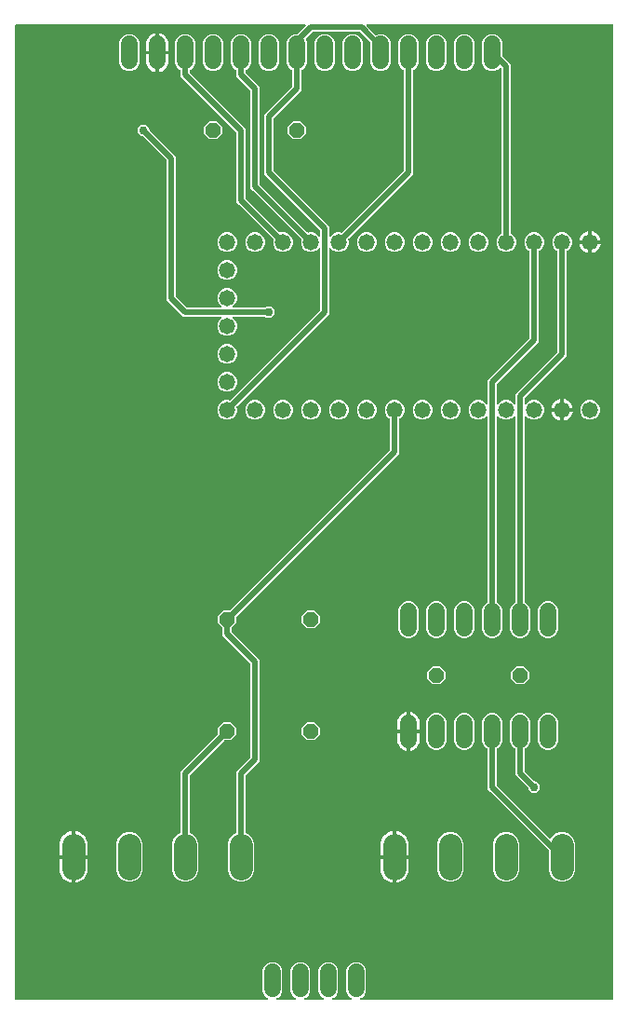
<source format=gbr>
G04 EAGLE Gerber RS-274X export*
G75*
%MOMM*%
%FSLAX34Y34*%
%LPD*%
%INTop Copper*%
%IPPOS*%
%AMOC8*
5,1,8,0,0,1.08239X$1,22.5*%
G01*
%ADD10C,1.524000*%
%ADD11P,1.429621X8X22.500000*%
%ADD12P,1.429621X8X202.500000*%
%ADD13C,2.095500*%
%ADD14C,1.473200*%
%ADD15C,0.756400*%
%ADD16C,0.508000*%

G36*
X240021Y10176D02*
X240021Y10176D01*
X240118Y10186D01*
X240142Y10196D01*
X240168Y10200D01*
X240253Y10246D01*
X240343Y10286D01*
X240362Y10303D01*
X240385Y10316D01*
X240452Y10386D01*
X240524Y10452D01*
X240536Y10475D01*
X240554Y10494D01*
X240595Y10582D01*
X240642Y10668D01*
X240647Y10693D01*
X240658Y10717D01*
X240669Y10814D01*
X240686Y10910D01*
X240682Y10936D01*
X240685Y10961D01*
X240664Y11057D01*
X240650Y11153D01*
X240638Y11176D01*
X240633Y11202D01*
X240583Y11285D01*
X240539Y11372D01*
X240520Y11391D01*
X240507Y11413D01*
X240433Y11476D01*
X240363Y11544D01*
X240335Y11560D01*
X240320Y11573D01*
X240289Y11585D01*
X240216Y11625D01*
X239168Y12059D01*
X236595Y14632D01*
X235203Y17993D01*
X235203Y36871D01*
X236595Y40232D01*
X239168Y42805D01*
X242529Y44197D01*
X246167Y44197D01*
X249528Y42805D01*
X252101Y40232D01*
X253493Y36871D01*
X253493Y17993D01*
X252101Y14632D01*
X249528Y12059D01*
X248480Y11625D01*
X248397Y11574D01*
X248311Y11528D01*
X248293Y11510D01*
X248271Y11496D01*
X248209Y11420D01*
X248142Y11350D01*
X248131Y11326D01*
X248114Y11306D01*
X248079Y11215D01*
X248038Y11127D01*
X248035Y11101D01*
X248026Y11077D01*
X248022Y10979D01*
X248011Y10883D01*
X248016Y10857D01*
X248015Y10831D01*
X248042Y10737D01*
X248063Y10642D01*
X248077Y10620D01*
X248084Y10595D01*
X248139Y10515D01*
X248189Y10431D01*
X248209Y10414D01*
X248224Y10393D01*
X248302Y10334D01*
X248376Y10271D01*
X248401Y10261D01*
X248422Y10246D01*
X248514Y10216D01*
X248604Y10179D01*
X248637Y10176D01*
X248655Y10170D01*
X248688Y10170D01*
X248771Y10161D01*
X265325Y10161D01*
X265421Y10176D01*
X265518Y10186D01*
X265542Y10196D01*
X265568Y10200D01*
X265653Y10246D01*
X265743Y10286D01*
X265762Y10303D01*
X265785Y10316D01*
X265852Y10386D01*
X265924Y10452D01*
X265936Y10475D01*
X265954Y10494D01*
X265995Y10582D01*
X266042Y10668D01*
X266047Y10693D01*
X266058Y10717D01*
X266069Y10814D01*
X266086Y10910D01*
X266082Y10936D01*
X266085Y10961D01*
X266064Y11057D01*
X266050Y11153D01*
X266038Y11176D01*
X266033Y11202D01*
X265983Y11285D01*
X265939Y11372D01*
X265920Y11391D01*
X265907Y11413D01*
X265833Y11476D01*
X265763Y11544D01*
X265735Y11560D01*
X265720Y11573D01*
X265689Y11585D01*
X265616Y11625D01*
X264568Y12059D01*
X261995Y14632D01*
X260603Y17993D01*
X260603Y36871D01*
X261995Y40232D01*
X264568Y42805D01*
X267929Y44197D01*
X271567Y44197D01*
X274928Y42805D01*
X277501Y40232D01*
X278893Y36871D01*
X278893Y17993D01*
X277501Y14632D01*
X274928Y12059D01*
X273880Y11625D01*
X273797Y11574D01*
X273711Y11528D01*
X273693Y11510D01*
X273671Y11496D01*
X273609Y11420D01*
X273542Y11350D01*
X273531Y11326D01*
X273514Y11306D01*
X273479Y11215D01*
X273438Y11127D01*
X273435Y11101D01*
X273426Y11077D01*
X273422Y10979D01*
X273411Y10883D01*
X273416Y10857D01*
X273415Y10831D01*
X273442Y10737D01*
X273463Y10642D01*
X273477Y10620D01*
X273484Y10595D01*
X273539Y10515D01*
X273589Y10431D01*
X273609Y10414D01*
X273624Y10393D01*
X273702Y10334D01*
X273776Y10271D01*
X273801Y10261D01*
X273822Y10246D01*
X273914Y10216D01*
X274004Y10179D01*
X274037Y10176D01*
X274055Y10170D01*
X274088Y10170D01*
X274171Y10161D01*
X290725Y10161D01*
X290821Y10176D01*
X290918Y10186D01*
X290942Y10196D01*
X290968Y10200D01*
X291053Y10246D01*
X291143Y10286D01*
X291162Y10303D01*
X291185Y10316D01*
X291252Y10386D01*
X291324Y10452D01*
X291336Y10475D01*
X291354Y10494D01*
X291395Y10582D01*
X291442Y10668D01*
X291447Y10693D01*
X291458Y10717D01*
X291469Y10814D01*
X291486Y10910D01*
X291482Y10936D01*
X291485Y10961D01*
X291464Y11057D01*
X291450Y11153D01*
X291438Y11176D01*
X291433Y11202D01*
X291383Y11285D01*
X291339Y11372D01*
X291320Y11391D01*
X291307Y11413D01*
X291233Y11476D01*
X291163Y11544D01*
X291135Y11560D01*
X291120Y11573D01*
X291089Y11585D01*
X291016Y11625D01*
X289968Y12059D01*
X287395Y14632D01*
X286003Y17993D01*
X286003Y36871D01*
X287395Y40232D01*
X289968Y42805D01*
X293329Y44197D01*
X296967Y44197D01*
X300328Y42805D01*
X302901Y40232D01*
X304293Y36871D01*
X304293Y17993D01*
X302901Y14632D01*
X300328Y12059D01*
X299280Y11625D01*
X299197Y11574D01*
X299111Y11528D01*
X299093Y11510D01*
X299071Y11496D01*
X299009Y11420D01*
X298942Y11350D01*
X298931Y11326D01*
X298914Y11306D01*
X298879Y11215D01*
X298838Y11127D01*
X298835Y11101D01*
X298826Y11077D01*
X298822Y10979D01*
X298811Y10883D01*
X298816Y10857D01*
X298815Y10831D01*
X298842Y10737D01*
X298863Y10642D01*
X298877Y10620D01*
X298884Y10595D01*
X298939Y10515D01*
X298989Y10431D01*
X299009Y10414D01*
X299024Y10393D01*
X299102Y10334D01*
X299176Y10271D01*
X299201Y10261D01*
X299222Y10246D01*
X299314Y10216D01*
X299404Y10179D01*
X299437Y10176D01*
X299455Y10170D01*
X299488Y10170D01*
X299571Y10161D01*
X316125Y10161D01*
X316221Y10176D01*
X316318Y10186D01*
X316342Y10196D01*
X316368Y10200D01*
X316453Y10246D01*
X316543Y10286D01*
X316562Y10303D01*
X316585Y10316D01*
X316652Y10386D01*
X316724Y10452D01*
X316736Y10475D01*
X316754Y10494D01*
X316795Y10582D01*
X316842Y10668D01*
X316847Y10693D01*
X316858Y10717D01*
X316869Y10814D01*
X316886Y10910D01*
X316882Y10936D01*
X316885Y10961D01*
X316864Y11057D01*
X316850Y11153D01*
X316838Y11176D01*
X316833Y11202D01*
X316783Y11285D01*
X316739Y11372D01*
X316720Y11391D01*
X316707Y11413D01*
X316633Y11476D01*
X316563Y11544D01*
X316535Y11560D01*
X316520Y11573D01*
X316489Y11585D01*
X316416Y11625D01*
X315368Y12059D01*
X312795Y14632D01*
X311403Y17993D01*
X311403Y36871D01*
X312795Y40232D01*
X315368Y42805D01*
X318729Y44197D01*
X322367Y44197D01*
X325728Y42805D01*
X328301Y40232D01*
X329693Y36871D01*
X329693Y17993D01*
X328301Y14632D01*
X325728Y12059D01*
X324680Y11625D01*
X324597Y11574D01*
X324511Y11528D01*
X324493Y11510D01*
X324471Y11496D01*
X324409Y11420D01*
X324342Y11350D01*
X324331Y11326D01*
X324314Y11306D01*
X324279Y11215D01*
X324238Y11127D01*
X324235Y11101D01*
X324226Y11077D01*
X324222Y10979D01*
X324211Y10883D01*
X324216Y10857D01*
X324215Y10831D01*
X324242Y10737D01*
X324263Y10642D01*
X324277Y10620D01*
X324284Y10595D01*
X324339Y10515D01*
X324389Y10431D01*
X324409Y10414D01*
X324424Y10393D01*
X324502Y10334D01*
X324576Y10271D01*
X324601Y10261D01*
X324622Y10246D01*
X324714Y10216D01*
X324804Y10179D01*
X324837Y10176D01*
X324855Y10170D01*
X324888Y10170D01*
X324971Y10161D01*
X553974Y10161D01*
X553994Y10164D01*
X554013Y10162D01*
X554115Y10184D01*
X554217Y10200D01*
X554234Y10210D01*
X554254Y10214D01*
X554343Y10267D01*
X554434Y10316D01*
X554448Y10330D01*
X554465Y10340D01*
X554532Y10419D01*
X554604Y10494D01*
X554612Y10512D01*
X554625Y10527D01*
X554664Y10623D01*
X554707Y10717D01*
X554709Y10737D01*
X554717Y10755D01*
X554735Y10922D01*
X554735Y895350D01*
X554732Y895370D01*
X554734Y895389D01*
X554712Y895491D01*
X554696Y895593D01*
X554686Y895610D01*
X554682Y895630D01*
X554629Y895719D01*
X554580Y895810D01*
X554566Y895824D01*
X554556Y895841D01*
X554477Y895908D01*
X554402Y895980D01*
X554384Y895988D01*
X554369Y896001D01*
X554273Y896040D01*
X554179Y896083D01*
X554159Y896085D01*
X554141Y896093D01*
X553974Y896111D01*
X330675Y896111D01*
X330604Y896100D01*
X330532Y896098D01*
X330483Y896080D01*
X330432Y896072D01*
X330369Y896038D01*
X330301Y896013D01*
X330261Y895981D01*
X330215Y895956D01*
X330165Y895905D01*
X330109Y895860D01*
X330081Y895816D01*
X330045Y895778D01*
X330015Y895713D01*
X329976Y895653D01*
X329964Y895602D01*
X329942Y895555D01*
X329934Y895484D01*
X329916Y895414D01*
X329920Y895362D01*
X329915Y895311D01*
X329930Y895240D01*
X329936Y895169D01*
X329956Y895121D01*
X329967Y895070D01*
X330004Y895009D01*
X330032Y894943D01*
X330077Y894887D01*
X330093Y894859D01*
X330111Y894844D01*
X330137Y894812D01*
X338169Y886779D01*
X338264Y886711D01*
X338358Y886641D01*
X338364Y886639D01*
X338369Y886636D01*
X338480Y886602D01*
X338592Y886565D01*
X338598Y886565D01*
X338604Y886563D01*
X338721Y886566D01*
X338838Y886567D01*
X338845Y886570D01*
X338850Y886570D01*
X338867Y886576D01*
X338999Y886614D01*
X341081Y887477D01*
X344719Y887477D01*
X348080Y886085D01*
X350653Y883512D01*
X352045Y880151D01*
X352045Y861273D01*
X350653Y857912D01*
X348080Y855339D01*
X344719Y853947D01*
X341081Y853947D01*
X337720Y855339D01*
X335147Y857912D01*
X333755Y861273D01*
X333755Y879381D01*
X333741Y879471D01*
X333733Y879562D01*
X333721Y879592D01*
X333716Y879624D01*
X333673Y879704D01*
X333637Y879788D01*
X333611Y879820D01*
X333600Y879841D01*
X333577Y879863D01*
X333532Y879919D01*
X324167Y889284D01*
X324093Y889337D01*
X324024Y889397D01*
X323994Y889409D01*
X323968Y889428D01*
X323881Y889455D01*
X323796Y889489D01*
X323755Y889493D01*
X323732Y889500D01*
X323700Y889499D01*
X323629Y889507D01*
X281399Y889507D01*
X281309Y889493D01*
X281218Y889485D01*
X281188Y889473D01*
X281156Y889468D01*
X281076Y889425D01*
X280992Y889389D01*
X280960Y889363D01*
X280939Y889352D01*
X280917Y889329D01*
X280861Y889284D01*
X274998Y883422D01*
X274931Y883328D01*
X274861Y883233D01*
X274859Y883227D01*
X274855Y883222D01*
X274821Y883111D01*
X274784Y883000D01*
X274784Y882993D01*
X274783Y882987D01*
X274786Y882870D01*
X274787Y882754D01*
X274789Y882746D01*
X274789Y882741D01*
X274795Y882724D01*
X274833Y882592D01*
X275845Y880151D01*
X275845Y861273D01*
X274453Y857912D01*
X271880Y855339D01*
X271235Y855072D01*
X271135Y855011D01*
X271035Y854951D01*
X271031Y854946D01*
X271026Y854943D01*
X270951Y854852D01*
X270875Y854764D01*
X270873Y854758D01*
X270869Y854753D01*
X270827Y854645D01*
X270783Y854536D01*
X270782Y854528D01*
X270781Y854523D01*
X270780Y854505D01*
X270765Y854369D01*
X270765Y836516D01*
X245588Y811339D01*
X245535Y811265D01*
X245475Y811196D01*
X245463Y811166D01*
X245444Y811140D01*
X245417Y811053D01*
X245383Y810968D01*
X245379Y810927D01*
X245372Y810904D01*
X245373Y810872D01*
X245365Y810801D01*
X245365Y763999D01*
X245380Y763909D01*
X245387Y763818D01*
X245399Y763788D01*
X245404Y763756D01*
X245447Y763676D01*
X245483Y763592D01*
X245509Y763560D01*
X245520Y763539D01*
X245543Y763517D01*
X245588Y763461D01*
X296165Y712884D01*
X296165Y704276D01*
X296176Y704205D01*
X296178Y704133D01*
X296196Y704085D01*
X296204Y704033D01*
X296238Y703970D01*
X296263Y703902D01*
X296295Y703862D01*
X296320Y703816D01*
X296372Y703766D01*
X296416Y703710D01*
X296460Y703682D01*
X296498Y703646D01*
X296563Y703616D01*
X296623Y703577D01*
X296674Y703565D01*
X296721Y703543D01*
X296792Y703535D01*
X296862Y703517D01*
X296914Y703521D01*
X296965Y703516D01*
X297036Y703531D01*
X297107Y703537D01*
X297155Y703557D01*
X297206Y703568D01*
X297267Y703605D01*
X297333Y703633D01*
X297389Y703678D01*
X297417Y703694D01*
X297432Y703712D01*
X297464Y703738D01*
X299764Y706037D01*
X303032Y707391D01*
X306569Y707391D01*
X307070Y707183D01*
X307183Y707156D01*
X307297Y707128D01*
X307303Y707128D01*
X307309Y707127D01*
X307426Y707138D01*
X307542Y707147D01*
X307548Y707149D01*
X307554Y707150D01*
X307662Y707198D01*
X307769Y707243D01*
X307774Y707248D01*
X307779Y707250D01*
X307793Y707263D01*
X307900Y707348D01*
X364012Y763461D01*
X364065Y763535D01*
X364125Y763604D01*
X364137Y763634D01*
X364156Y763660D01*
X364183Y763747D01*
X364217Y763832D01*
X364221Y763873D01*
X364228Y763896D01*
X364227Y763928D01*
X364235Y763999D01*
X364235Y854369D01*
X364216Y854484D01*
X364199Y854600D01*
X364197Y854605D01*
X364196Y854612D01*
X364141Y854714D01*
X364088Y854819D01*
X364083Y854823D01*
X364080Y854829D01*
X363996Y854909D01*
X363912Y854991D01*
X363906Y854995D01*
X363902Y854998D01*
X363885Y855006D01*
X363765Y855072D01*
X363120Y855339D01*
X360547Y857912D01*
X359155Y861273D01*
X359155Y880151D01*
X360547Y883512D01*
X363120Y886085D01*
X366481Y887477D01*
X370119Y887477D01*
X373480Y886085D01*
X376053Y883512D01*
X377445Y880151D01*
X377445Y861273D01*
X376053Y857912D01*
X373480Y855339D01*
X372835Y855072D01*
X372735Y855011D01*
X372635Y854951D01*
X372631Y854946D01*
X372626Y854943D01*
X372551Y854852D01*
X372475Y854764D01*
X372473Y854758D01*
X372469Y854753D01*
X372427Y854645D01*
X372383Y854536D01*
X372382Y854528D01*
X372381Y854523D01*
X372380Y854505D01*
X372365Y854369D01*
X372365Y760316D01*
X313648Y701600D01*
X313581Y701506D01*
X313510Y701411D01*
X313508Y701405D01*
X313504Y701400D01*
X313470Y701289D01*
X313434Y701177D01*
X313434Y701171D01*
X313432Y701165D01*
X313435Y701048D01*
X313436Y700931D01*
X313438Y700924D01*
X313438Y700919D01*
X313445Y700902D01*
X313483Y700770D01*
X313691Y700269D01*
X313691Y696732D01*
X312337Y693464D01*
X309836Y690963D01*
X306568Y689609D01*
X303032Y689609D01*
X299764Y690963D01*
X297464Y693262D01*
X297406Y693304D01*
X297354Y693354D01*
X297307Y693376D01*
X297265Y693406D01*
X297196Y693427D01*
X297131Y693457D01*
X297079Y693463D01*
X297029Y693478D01*
X296958Y693476D01*
X296887Y693484D01*
X296836Y693473D01*
X296784Y693472D01*
X296716Y693447D01*
X296646Y693432D01*
X296601Y693405D01*
X296553Y693387D01*
X296497Y693343D01*
X296435Y693306D01*
X296401Y693266D01*
X296361Y693234D01*
X296322Y693173D01*
X296275Y693119D01*
X296256Y693071D01*
X296228Y693027D01*
X296210Y692957D01*
X296183Y692891D01*
X296175Y692819D01*
X296167Y692788D01*
X296169Y692765D01*
X296165Y692724D01*
X296165Y633316D01*
X293561Y630712D01*
X212048Y549200D01*
X211981Y549106D01*
X211910Y549011D01*
X211908Y549005D01*
X211904Y549000D01*
X211870Y548889D01*
X211834Y548777D01*
X211834Y548771D01*
X211832Y548765D01*
X211835Y548648D01*
X211836Y548531D01*
X211838Y548524D01*
X211838Y548519D01*
X211845Y548501D01*
X211883Y548370D01*
X212091Y547869D01*
X212091Y544332D01*
X210737Y541064D01*
X208236Y538563D01*
X204968Y537209D01*
X201432Y537209D01*
X198164Y538563D01*
X195663Y541064D01*
X194309Y544332D01*
X194309Y547868D01*
X195663Y551136D01*
X198164Y553637D01*
X201432Y554991D01*
X204969Y554991D01*
X205470Y554783D01*
X205583Y554756D01*
X205697Y554728D01*
X205703Y554728D01*
X205709Y554727D01*
X205826Y554738D01*
X205942Y554747D01*
X205948Y554749D01*
X205954Y554750D01*
X206062Y554798D01*
X206169Y554843D01*
X206174Y554848D01*
X206179Y554850D01*
X206193Y554863D01*
X206300Y554948D01*
X287812Y636461D01*
X287865Y636535D01*
X287925Y636604D01*
X287937Y636634D01*
X287956Y636660D01*
X287983Y636747D01*
X288017Y636832D01*
X288021Y636873D01*
X288028Y636896D01*
X288027Y636928D01*
X288035Y636999D01*
X288035Y692724D01*
X288024Y692795D01*
X288022Y692867D01*
X288004Y692915D01*
X287996Y692967D01*
X287962Y693030D01*
X287937Y693098D01*
X287905Y693138D01*
X287880Y693184D01*
X287828Y693234D01*
X287784Y693290D01*
X287740Y693318D01*
X287702Y693354D01*
X287637Y693384D01*
X287577Y693423D01*
X287526Y693435D01*
X287479Y693457D01*
X287408Y693465D01*
X287338Y693483D01*
X287286Y693479D01*
X287235Y693484D01*
X287164Y693469D01*
X287093Y693463D01*
X287045Y693443D01*
X286994Y693432D01*
X286933Y693395D01*
X286867Y693367D01*
X286811Y693322D01*
X286783Y693306D01*
X286768Y693288D01*
X286736Y693262D01*
X284436Y690963D01*
X281168Y689609D01*
X277632Y689609D01*
X274364Y690963D01*
X271863Y693464D01*
X270509Y696732D01*
X270509Y700269D01*
X270717Y700770D01*
X270744Y700883D01*
X270772Y700997D01*
X270772Y701003D01*
X270773Y701009D01*
X270762Y701125D01*
X270753Y701242D01*
X270751Y701248D01*
X270750Y701254D01*
X270702Y701362D01*
X270657Y701469D01*
X270652Y701474D01*
X270650Y701479D01*
X270637Y701493D01*
X270552Y701600D01*
X227139Y745012D01*
X224535Y747616D01*
X224535Y836201D01*
X224521Y836291D01*
X224513Y836382D01*
X224501Y836412D01*
X224496Y836444D01*
X224453Y836524D01*
X224417Y836608D01*
X224391Y836640D01*
X224380Y836661D01*
X224357Y836683D01*
X224312Y836739D01*
X211835Y849216D01*
X211835Y854369D01*
X211816Y854484D01*
X211799Y854600D01*
X211797Y854605D01*
X211796Y854612D01*
X211741Y854714D01*
X211688Y854819D01*
X211683Y854823D01*
X211680Y854829D01*
X211596Y854909D01*
X211512Y854991D01*
X211506Y854995D01*
X211502Y854998D01*
X211485Y855006D01*
X211365Y855072D01*
X210720Y855339D01*
X208147Y857912D01*
X206755Y861273D01*
X206755Y880151D01*
X208147Y883512D01*
X210720Y886085D01*
X214081Y887477D01*
X217719Y887477D01*
X221080Y886085D01*
X223653Y883512D01*
X225045Y880151D01*
X225045Y861273D01*
X223653Y857912D01*
X221080Y855339D01*
X220435Y855072D01*
X220335Y855011D01*
X220235Y854951D01*
X220231Y854946D01*
X220226Y854943D01*
X220151Y854852D01*
X220075Y854764D01*
X220073Y854758D01*
X220069Y854753D01*
X220027Y854645D01*
X219983Y854536D01*
X219982Y854528D01*
X219981Y854523D01*
X219980Y854505D01*
X219965Y854369D01*
X219965Y852899D01*
X219979Y852809D01*
X219987Y852718D01*
X219999Y852688D01*
X220004Y852656D01*
X220047Y852576D01*
X220083Y852492D01*
X220109Y852460D01*
X220120Y852439D01*
X220143Y852417D01*
X220188Y852361D01*
X232665Y839884D01*
X232665Y751299D01*
X232679Y751209D01*
X232687Y751118D01*
X232699Y751088D01*
X232704Y751056D01*
X232747Y750976D01*
X232783Y750892D01*
X232809Y750860D01*
X232820Y750839D01*
X232843Y750817D01*
X232888Y750761D01*
X276300Y707348D01*
X276394Y707281D01*
X276489Y707210D01*
X276495Y707208D01*
X276500Y707204D01*
X276611Y707170D01*
X276723Y707134D01*
X276729Y707134D01*
X276735Y707132D01*
X276852Y707135D01*
X276969Y707136D01*
X276976Y707138D01*
X276981Y707138D01*
X276998Y707145D01*
X277130Y707183D01*
X277631Y707391D01*
X281168Y707391D01*
X284436Y706037D01*
X286736Y703738D01*
X286794Y703696D01*
X286846Y703646D01*
X286893Y703624D01*
X286935Y703594D01*
X287004Y703573D01*
X287069Y703543D01*
X287121Y703537D01*
X287171Y703522D01*
X287242Y703524D01*
X287313Y703516D01*
X287364Y703527D01*
X287416Y703528D01*
X287484Y703553D01*
X287554Y703568D01*
X287599Y703595D01*
X287647Y703613D01*
X287703Y703657D01*
X287765Y703694D01*
X287799Y703734D01*
X287839Y703766D01*
X287878Y703827D01*
X287925Y703881D01*
X287944Y703929D01*
X287972Y703973D01*
X287990Y704043D01*
X288017Y704109D01*
X288025Y704181D01*
X288033Y704212D01*
X288031Y704235D01*
X288035Y704276D01*
X288035Y709201D01*
X288021Y709291D01*
X288013Y709382D01*
X288001Y709412D01*
X287996Y709444D01*
X287953Y709524D01*
X287917Y709608D01*
X287891Y709640D01*
X287880Y709661D01*
X287857Y709683D01*
X287812Y709739D01*
X237235Y760316D01*
X237235Y814484D01*
X262412Y839661D01*
X262465Y839735D01*
X262525Y839804D01*
X262537Y839834D01*
X262556Y839860D01*
X262583Y839947D01*
X262617Y840032D01*
X262621Y840073D01*
X262628Y840096D01*
X262627Y840128D01*
X262635Y840199D01*
X262635Y854369D01*
X262616Y854484D01*
X262599Y854600D01*
X262597Y854605D01*
X262596Y854612D01*
X262541Y854714D01*
X262488Y854819D01*
X262483Y854823D01*
X262480Y854829D01*
X262396Y854909D01*
X262312Y854991D01*
X262306Y854995D01*
X262302Y854998D01*
X262285Y855006D01*
X262165Y855072D01*
X261520Y855339D01*
X258947Y857912D01*
X257555Y861273D01*
X257555Y880151D01*
X258947Y883512D01*
X261520Y886085D01*
X264881Y887477D01*
X267241Y887477D01*
X267331Y887491D01*
X267422Y887499D01*
X267452Y887511D01*
X267484Y887516D01*
X267564Y887559D01*
X267648Y887595D01*
X267680Y887621D01*
X267701Y887632D01*
X267723Y887655D01*
X267779Y887700D01*
X274891Y894812D01*
X274933Y894870D01*
X274983Y894922D01*
X275005Y894969D01*
X275035Y895011D01*
X275056Y895080D01*
X275086Y895145D01*
X275092Y895197D01*
X275107Y895247D01*
X275105Y895318D01*
X275113Y895389D01*
X275102Y895440D01*
X275101Y895492D01*
X275076Y895560D01*
X275061Y895630D01*
X275034Y895675D01*
X275016Y895723D01*
X274972Y895779D01*
X274935Y895841D01*
X274895Y895875D01*
X274863Y895915D01*
X274802Y895954D01*
X274748Y896001D01*
X274700Y896020D01*
X274656Y896048D01*
X274586Y896066D01*
X274520Y896093D01*
X274448Y896101D01*
X274417Y896109D01*
X274394Y896107D01*
X274353Y896111D01*
X10922Y896111D01*
X10902Y896108D01*
X10883Y896110D01*
X10781Y896088D01*
X10679Y896072D01*
X10662Y896062D01*
X10642Y896058D01*
X10553Y896005D01*
X10462Y895956D01*
X10448Y895942D01*
X10431Y895932D01*
X10364Y895853D01*
X10292Y895778D01*
X10284Y895760D01*
X10271Y895745D01*
X10232Y895649D01*
X10189Y895555D01*
X10187Y895535D01*
X10179Y895517D01*
X10161Y895350D01*
X10161Y10922D01*
X10164Y10902D01*
X10162Y10883D01*
X10184Y10781D01*
X10200Y10679D01*
X10210Y10662D01*
X10214Y10642D01*
X10267Y10553D01*
X10316Y10462D01*
X10330Y10448D01*
X10340Y10431D01*
X10419Y10364D01*
X10494Y10292D01*
X10512Y10284D01*
X10527Y10271D01*
X10623Y10232D01*
X10717Y10189D01*
X10737Y10187D01*
X10755Y10179D01*
X10922Y10161D01*
X239925Y10161D01*
X240021Y10176D01*
G37*
%LPC*%
G36*
X442681Y338835D02*
X442681Y338835D01*
X439320Y340227D01*
X436747Y342800D01*
X435355Y346161D01*
X435355Y365039D01*
X436747Y368400D01*
X439320Y370973D01*
X439965Y371240D01*
X440065Y371301D01*
X440165Y371361D01*
X440169Y371366D01*
X440174Y371369D01*
X440249Y371460D01*
X440325Y371548D01*
X440327Y371554D01*
X440331Y371559D01*
X440373Y371667D01*
X440417Y371776D01*
X440418Y371784D01*
X440419Y371789D01*
X440420Y371807D01*
X440435Y371943D01*
X440435Y540324D01*
X440424Y540395D01*
X440422Y540467D01*
X440404Y540515D01*
X440396Y540567D01*
X440362Y540630D01*
X440337Y540698D01*
X440305Y540738D01*
X440280Y540784D01*
X440228Y540834D01*
X440184Y540890D01*
X440140Y540918D01*
X440102Y540954D01*
X440037Y540984D01*
X439977Y541023D01*
X439926Y541035D01*
X439879Y541057D01*
X439808Y541065D01*
X439738Y541083D01*
X439686Y541079D01*
X439635Y541084D01*
X439564Y541069D01*
X439493Y541063D01*
X439445Y541043D01*
X439394Y541032D01*
X439333Y540995D01*
X439267Y540967D01*
X439211Y540922D01*
X439183Y540906D01*
X439168Y540888D01*
X439136Y540862D01*
X436836Y538563D01*
X433568Y537209D01*
X430032Y537209D01*
X426764Y538563D01*
X424263Y541064D01*
X422909Y544332D01*
X422909Y547868D01*
X424263Y551136D01*
X426764Y553637D01*
X430032Y554991D01*
X433568Y554991D01*
X436836Y553637D01*
X439136Y551338D01*
X439194Y551296D01*
X439246Y551246D01*
X439293Y551224D01*
X439335Y551194D01*
X439404Y551173D01*
X439469Y551143D01*
X439521Y551137D01*
X439571Y551122D01*
X439642Y551124D01*
X439713Y551116D01*
X439764Y551127D01*
X439816Y551128D01*
X439884Y551153D01*
X439954Y551168D01*
X439999Y551195D01*
X440047Y551213D01*
X440103Y551257D01*
X440165Y551294D01*
X440199Y551334D01*
X440239Y551366D01*
X440278Y551427D01*
X440325Y551481D01*
X440344Y551529D01*
X440372Y551573D01*
X440390Y551643D01*
X440417Y551709D01*
X440425Y551781D01*
X440433Y551812D01*
X440431Y551835D01*
X440435Y551876D01*
X440435Y573184D01*
X478312Y611061D01*
X478365Y611135D01*
X478425Y611204D01*
X478437Y611234D01*
X478456Y611260D01*
X478483Y611347D01*
X478517Y611432D01*
X478521Y611473D01*
X478528Y611496D01*
X478527Y611528D01*
X478535Y611599D01*
X478535Y690052D01*
X478516Y690167D01*
X478499Y690283D01*
X478497Y690288D01*
X478496Y690295D01*
X478441Y690397D01*
X478388Y690502D01*
X478383Y690506D01*
X478380Y690512D01*
X478296Y690592D01*
X478212Y690674D01*
X478206Y690678D01*
X478202Y690681D01*
X478185Y690689D01*
X478065Y690755D01*
X477564Y690963D01*
X475063Y693464D01*
X473709Y696732D01*
X473709Y700268D01*
X475063Y703536D01*
X477564Y706037D01*
X480832Y707391D01*
X484368Y707391D01*
X487636Y706037D01*
X490137Y703536D01*
X491491Y700268D01*
X491491Y696732D01*
X490137Y693464D01*
X487636Y690963D01*
X487135Y690755D01*
X487035Y690694D01*
X486935Y690634D01*
X486931Y690629D01*
X486926Y690625D01*
X486851Y690535D01*
X486775Y690447D01*
X486773Y690441D01*
X486769Y690436D01*
X486727Y690328D01*
X486683Y690218D01*
X486682Y690211D01*
X486681Y690206D01*
X486680Y690188D01*
X486665Y690052D01*
X486665Y607916D01*
X448788Y570039D01*
X448735Y569965D01*
X448675Y569896D01*
X448663Y569866D01*
X448644Y569840D01*
X448617Y569753D01*
X448583Y569668D01*
X448579Y569627D01*
X448572Y569604D01*
X448573Y569572D01*
X448565Y569501D01*
X448565Y551876D01*
X448576Y551805D01*
X448578Y551733D01*
X448596Y551685D01*
X448604Y551633D01*
X448638Y551570D01*
X448663Y551502D01*
X448695Y551462D01*
X448720Y551416D01*
X448772Y551366D01*
X448816Y551310D01*
X448860Y551282D01*
X448898Y551246D01*
X448963Y551216D01*
X449023Y551177D01*
X449074Y551165D01*
X449121Y551143D01*
X449192Y551135D01*
X449262Y551117D01*
X449314Y551121D01*
X449365Y551116D01*
X449436Y551131D01*
X449507Y551137D01*
X449555Y551157D01*
X449606Y551168D01*
X449667Y551205D01*
X449733Y551233D01*
X449789Y551278D01*
X449817Y551294D01*
X449832Y551312D01*
X449864Y551338D01*
X452164Y553637D01*
X455432Y554991D01*
X458968Y554991D01*
X462236Y553637D01*
X464536Y551338D01*
X464594Y551296D01*
X464646Y551246D01*
X464693Y551224D01*
X464735Y551194D01*
X464804Y551173D01*
X464869Y551143D01*
X464921Y551137D01*
X464971Y551122D01*
X465042Y551124D01*
X465113Y551116D01*
X465164Y551127D01*
X465216Y551128D01*
X465284Y551153D01*
X465354Y551168D01*
X465399Y551195D01*
X465447Y551213D01*
X465503Y551257D01*
X465565Y551294D01*
X465599Y551334D01*
X465639Y551366D01*
X465678Y551427D01*
X465725Y551481D01*
X465744Y551529D01*
X465772Y551573D01*
X465790Y551643D01*
X465817Y551709D01*
X465825Y551781D01*
X465833Y551812D01*
X465831Y551835D01*
X465835Y551876D01*
X465835Y560484D01*
X503712Y598361D01*
X503765Y598435D01*
X503825Y598504D01*
X503837Y598534D01*
X503856Y598560D01*
X503883Y598647D01*
X503917Y598732D01*
X503921Y598773D01*
X503928Y598796D01*
X503927Y598828D01*
X503935Y598899D01*
X503935Y690052D01*
X503916Y690167D01*
X503899Y690283D01*
X503897Y690288D01*
X503896Y690295D01*
X503841Y690397D01*
X503788Y690502D01*
X503783Y690506D01*
X503780Y690512D01*
X503696Y690592D01*
X503612Y690674D01*
X503606Y690678D01*
X503602Y690681D01*
X503585Y690689D01*
X503465Y690755D01*
X502964Y690963D01*
X500463Y693464D01*
X499109Y696732D01*
X499109Y700268D01*
X500463Y703536D01*
X502964Y706037D01*
X506232Y707391D01*
X509768Y707391D01*
X513036Y706037D01*
X515537Y703536D01*
X516891Y700268D01*
X516891Y696732D01*
X515537Y693464D01*
X513036Y690963D01*
X512535Y690755D01*
X512435Y690694D01*
X512335Y690634D01*
X512331Y690629D01*
X512326Y690625D01*
X512251Y690535D01*
X512175Y690447D01*
X512173Y690441D01*
X512169Y690436D01*
X512127Y690328D01*
X512083Y690218D01*
X512082Y690211D01*
X512081Y690206D01*
X512080Y690188D01*
X512065Y690052D01*
X512065Y595216D01*
X474188Y557339D01*
X474135Y557265D01*
X474075Y557196D01*
X474063Y557166D01*
X474044Y557140D01*
X474017Y557053D01*
X473983Y556968D01*
X473979Y556927D01*
X473972Y556904D01*
X473973Y556872D01*
X473965Y556801D01*
X473965Y551876D01*
X473976Y551805D01*
X473978Y551733D01*
X473996Y551685D01*
X474004Y551633D01*
X474038Y551570D01*
X474063Y551502D01*
X474095Y551462D01*
X474120Y551416D01*
X474172Y551366D01*
X474216Y551310D01*
X474260Y551282D01*
X474298Y551246D01*
X474363Y551216D01*
X474423Y551177D01*
X474474Y551165D01*
X474521Y551143D01*
X474592Y551135D01*
X474662Y551117D01*
X474714Y551121D01*
X474765Y551116D01*
X474836Y551131D01*
X474907Y551137D01*
X474955Y551157D01*
X475006Y551168D01*
X475067Y551205D01*
X475133Y551233D01*
X475189Y551278D01*
X475217Y551294D01*
X475232Y551312D01*
X475264Y551338D01*
X477564Y553637D01*
X480832Y554991D01*
X484368Y554991D01*
X487636Y553637D01*
X490137Y551136D01*
X491491Y547868D01*
X491491Y544332D01*
X490137Y541064D01*
X487636Y538563D01*
X484368Y537209D01*
X480832Y537209D01*
X477564Y538563D01*
X475264Y540862D01*
X475206Y540904D01*
X475154Y540954D01*
X475107Y540976D01*
X475065Y541006D01*
X474996Y541027D01*
X474931Y541057D01*
X474879Y541063D01*
X474829Y541078D01*
X474758Y541076D01*
X474687Y541084D01*
X474636Y541073D01*
X474584Y541072D01*
X474516Y541047D01*
X474446Y541032D01*
X474401Y541005D01*
X474353Y540987D01*
X474297Y540943D01*
X474235Y540906D01*
X474201Y540866D01*
X474161Y540834D01*
X474122Y540773D01*
X474075Y540719D01*
X474056Y540671D01*
X474028Y540627D01*
X474010Y540557D01*
X473983Y540491D01*
X473975Y540419D01*
X473967Y540388D01*
X473969Y540365D01*
X473965Y540324D01*
X473965Y371943D01*
X473984Y371828D01*
X474001Y371712D01*
X474003Y371707D01*
X474004Y371700D01*
X474059Y371598D01*
X474112Y371493D01*
X474117Y371489D01*
X474120Y371483D01*
X474204Y371403D01*
X474288Y371321D01*
X474294Y371317D01*
X474298Y371314D01*
X474315Y371306D01*
X474435Y371240D01*
X475080Y370973D01*
X477653Y368400D01*
X479045Y365039D01*
X479045Y346161D01*
X477653Y342800D01*
X475080Y340227D01*
X471719Y338835D01*
X468081Y338835D01*
X464720Y340227D01*
X462147Y342800D01*
X460755Y346161D01*
X460755Y365039D01*
X462147Y368400D01*
X464720Y370973D01*
X465365Y371240D01*
X465465Y371301D01*
X465565Y371361D01*
X465569Y371366D01*
X465574Y371369D01*
X465649Y371460D01*
X465725Y371548D01*
X465727Y371554D01*
X465731Y371559D01*
X465773Y371667D01*
X465817Y371776D01*
X465818Y371784D01*
X465819Y371789D01*
X465820Y371807D01*
X465835Y371943D01*
X465835Y540324D01*
X465824Y540395D01*
X465822Y540467D01*
X465804Y540515D01*
X465796Y540567D01*
X465762Y540630D01*
X465737Y540698D01*
X465705Y540738D01*
X465680Y540784D01*
X465628Y540834D01*
X465584Y540890D01*
X465540Y540918D01*
X465502Y540954D01*
X465437Y540984D01*
X465377Y541023D01*
X465326Y541035D01*
X465279Y541057D01*
X465208Y541065D01*
X465138Y541083D01*
X465086Y541079D01*
X465035Y541084D01*
X464964Y541069D01*
X464893Y541063D01*
X464845Y541043D01*
X464794Y541032D01*
X464733Y540995D01*
X464667Y540967D01*
X464611Y540922D01*
X464583Y540906D01*
X464568Y540888D01*
X464536Y540862D01*
X462236Y538563D01*
X458968Y537209D01*
X455432Y537209D01*
X452164Y538563D01*
X449864Y540862D01*
X449806Y540904D01*
X449754Y540954D01*
X449707Y540976D01*
X449665Y541006D01*
X449596Y541027D01*
X449531Y541057D01*
X449479Y541063D01*
X449429Y541078D01*
X449358Y541076D01*
X449287Y541084D01*
X449236Y541073D01*
X449184Y541072D01*
X449116Y541047D01*
X449046Y541032D01*
X449001Y541005D01*
X448953Y540987D01*
X448897Y540943D01*
X448835Y540906D01*
X448801Y540866D01*
X448761Y540834D01*
X448722Y540773D01*
X448675Y540719D01*
X448656Y540671D01*
X448628Y540627D01*
X448610Y540557D01*
X448583Y540491D01*
X448575Y540419D01*
X448567Y540388D01*
X448569Y540365D01*
X448565Y540324D01*
X448565Y371943D01*
X448584Y371828D01*
X448601Y371712D01*
X448603Y371707D01*
X448604Y371700D01*
X448659Y371598D01*
X448712Y371493D01*
X448717Y371489D01*
X448720Y371483D01*
X448804Y371403D01*
X448888Y371321D01*
X448894Y371317D01*
X448898Y371314D01*
X448915Y371306D01*
X449035Y371240D01*
X449680Y370973D01*
X452253Y368400D01*
X453645Y365039D01*
X453645Y346161D01*
X452253Y342800D01*
X449680Y340227D01*
X446319Y338835D01*
X442681Y338835D01*
G37*
%LPD*%
%LPC*%
G36*
X213513Y117220D02*
X213513Y117220D01*
X209101Y119048D01*
X205725Y122424D01*
X203898Y126835D01*
X203898Y152565D01*
X205725Y156976D01*
X209101Y160352D01*
X211365Y161290D01*
X211465Y161352D01*
X211565Y161412D01*
X211569Y161417D01*
X211574Y161420D01*
X211649Y161510D01*
X211725Y161599D01*
X211727Y161605D01*
X211731Y161609D01*
X211773Y161718D01*
X211817Y161827D01*
X211818Y161834D01*
X211819Y161839D01*
X211820Y161857D01*
X211835Y161994D01*
X211835Y217584D01*
X224312Y230061D01*
X224365Y230135D01*
X224425Y230204D01*
X224437Y230234D01*
X224456Y230260D01*
X224483Y230347D01*
X224517Y230432D01*
X224521Y230473D01*
X224528Y230496D01*
X224527Y230528D01*
X224535Y230599D01*
X224535Y315501D01*
X224521Y315591D01*
X224513Y315682D01*
X224501Y315712D01*
X224496Y315744D01*
X224453Y315824D01*
X224417Y315908D01*
X224391Y315940D01*
X224380Y315961D01*
X224357Y315983D01*
X224312Y316039D01*
X201739Y338612D01*
X199135Y341216D01*
X199135Y347854D01*
X199121Y347944D01*
X199113Y348035D01*
X199101Y348064D01*
X199096Y348096D01*
X199053Y348177D01*
X199017Y348261D01*
X198991Y348293D01*
X198980Y348314D01*
X198957Y348336D01*
X198912Y348392D01*
X195071Y352233D01*
X195071Y358967D01*
X199833Y363729D01*
X205265Y363729D01*
X205355Y363743D01*
X205446Y363751D01*
X205476Y363763D01*
X205508Y363768D01*
X205588Y363811D01*
X205672Y363847D01*
X205704Y363873D01*
X205725Y363884D01*
X205747Y363907D01*
X205803Y363952D01*
X351312Y509461D01*
X351365Y509535D01*
X351425Y509604D01*
X351437Y509634D01*
X351456Y509660D01*
X351483Y509747D01*
X351517Y509832D01*
X351521Y509873D01*
X351528Y509896D01*
X351527Y509928D01*
X351535Y509999D01*
X351535Y537652D01*
X351516Y537767D01*
X351499Y537883D01*
X351497Y537888D01*
X351496Y537895D01*
X351441Y537997D01*
X351388Y538102D01*
X351383Y538106D01*
X351380Y538112D01*
X351296Y538192D01*
X351212Y538274D01*
X351206Y538278D01*
X351202Y538281D01*
X351185Y538289D01*
X351065Y538355D01*
X350564Y538563D01*
X348063Y541064D01*
X346709Y544332D01*
X346709Y547868D01*
X348063Y551136D01*
X350564Y553637D01*
X353832Y554991D01*
X357368Y554991D01*
X360636Y553637D01*
X363137Y551136D01*
X364491Y547868D01*
X364491Y544332D01*
X363137Y541064D01*
X360636Y538563D01*
X360135Y538355D01*
X360035Y538294D01*
X359935Y538234D01*
X359931Y538229D01*
X359926Y538225D01*
X359851Y538135D01*
X359775Y538047D01*
X359773Y538041D01*
X359769Y538036D01*
X359727Y537928D01*
X359683Y537818D01*
X359682Y537811D01*
X359681Y537806D01*
X359680Y537788D01*
X359665Y537652D01*
X359665Y506316D01*
X357061Y503712D01*
X211552Y358203D01*
X211499Y358129D01*
X211439Y358060D01*
X211427Y358030D01*
X211408Y358004D01*
X211381Y357917D01*
X211347Y357832D01*
X211343Y357791D01*
X211336Y357769D01*
X211337Y357736D01*
X211329Y357665D01*
X211329Y352233D01*
X207488Y348392D01*
X207435Y348318D01*
X207375Y348249D01*
X207363Y348218D01*
X207344Y348192D01*
X207317Y348105D01*
X207283Y348020D01*
X207279Y347979D01*
X207272Y347957D01*
X207273Y347925D01*
X207265Y347854D01*
X207265Y344899D01*
X207279Y344809D01*
X207287Y344718D01*
X207299Y344688D01*
X207304Y344656D01*
X207347Y344576D01*
X207383Y344492D01*
X207409Y344460D01*
X207420Y344439D01*
X207443Y344417D01*
X207488Y344361D01*
X230061Y321788D01*
X232665Y319184D01*
X232665Y226916D01*
X220188Y214439D01*
X220135Y214365D01*
X220075Y214296D01*
X220063Y214266D01*
X220044Y214240D01*
X220017Y214153D01*
X219983Y214068D01*
X219979Y214027D01*
X219972Y214004D01*
X219973Y213972D01*
X219965Y213901D01*
X219965Y161994D01*
X219984Y161879D01*
X220001Y161763D01*
X220003Y161757D01*
X220004Y161751D01*
X220059Y161648D01*
X220112Y161543D01*
X220117Y161539D01*
X220120Y161533D01*
X220204Y161454D01*
X220288Y161371D01*
X220294Y161368D01*
X220298Y161364D01*
X220315Y161356D01*
X220435Y161290D01*
X222699Y160352D01*
X226075Y156976D01*
X227902Y152565D01*
X227902Y126835D01*
X226075Y122424D01*
X222699Y119048D01*
X218287Y117220D01*
X213513Y117220D01*
G37*
%LPD*%
%LPC*%
G36*
X201432Y613409D02*
X201432Y613409D01*
X198164Y614763D01*
X195663Y617264D01*
X194309Y620532D01*
X194309Y624068D01*
X195663Y627336D01*
X197962Y629636D01*
X198004Y629694D01*
X198054Y629746D01*
X198076Y629793D01*
X198106Y629835D01*
X198127Y629904D01*
X198157Y629969D01*
X198163Y630021D01*
X198178Y630071D01*
X198176Y630142D01*
X198184Y630213D01*
X198173Y630264D01*
X198172Y630316D01*
X198147Y630384D01*
X198132Y630454D01*
X198105Y630499D01*
X198087Y630547D01*
X198043Y630603D01*
X198006Y630665D01*
X197966Y630699D01*
X197934Y630739D01*
X197873Y630778D01*
X197819Y630825D01*
X197771Y630844D01*
X197727Y630872D01*
X197657Y630890D01*
X197591Y630917D01*
X197519Y630925D01*
X197488Y630933D01*
X197465Y630931D01*
X197424Y630935D01*
X163416Y630935D01*
X148335Y646016D01*
X148335Y772701D01*
X148321Y772791D01*
X148313Y772882D01*
X148301Y772912D01*
X148296Y772944D01*
X148253Y773024D01*
X148217Y773108D01*
X148191Y773140D01*
X148180Y773161D01*
X148157Y773183D01*
X148112Y773239D01*
X126781Y794570D01*
X126707Y794623D01*
X126638Y794683D01*
X126608Y794695D01*
X126582Y794714D01*
X126495Y794741D01*
X126410Y794775D01*
X126369Y794779D01*
X126347Y794786D01*
X126314Y794785D01*
X126243Y794793D01*
X124802Y794793D01*
X121693Y797902D01*
X121693Y802298D01*
X124802Y805407D01*
X129198Y805407D01*
X132307Y802298D01*
X132307Y800857D01*
X132321Y800767D01*
X132329Y800676D01*
X132341Y800646D01*
X132346Y800614D01*
X132389Y800534D01*
X132425Y800450D01*
X132451Y800418D01*
X132462Y800397D01*
X132485Y800375D01*
X132530Y800319D01*
X153861Y778988D01*
X156465Y776384D01*
X156465Y649699D01*
X156479Y649609D01*
X156487Y649518D01*
X156499Y649488D01*
X156504Y649456D01*
X156547Y649376D01*
X156583Y649292D01*
X156609Y649260D01*
X156620Y649239D01*
X156643Y649217D01*
X156688Y649161D01*
X166561Y639288D01*
X166635Y639235D01*
X166704Y639175D01*
X166734Y639163D01*
X166760Y639144D01*
X166847Y639117D01*
X166932Y639083D01*
X166973Y639079D01*
X166996Y639072D01*
X167028Y639073D01*
X167099Y639065D01*
X197424Y639065D01*
X197495Y639076D01*
X197567Y639078D01*
X197615Y639096D01*
X197667Y639104D01*
X197730Y639138D01*
X197798Y639163D01*
X197838Y639195D01*
X197884Y639220D01*
X197934Y639272D01*
X197990Y639316D01*
X198018Y639360D01*
X198054Y639398D01*
X198084Y639463D01*
X198123Y639523D01*
X198135Y639574D01*
X198157Y639621D01*
X198165Y639692D01*
X198183Y639762D01*
X198179Y639814D01*
X198184Y639865D01*
X198169Y639936D01*
X198163Y640007D01*
X198143Y640055D01*
X198132Y640106D01*
X198095Y640167D01*
X198067Y640233D01*
X198022Y640289D01*
X198006Y640317D01*
X197988Y640332D01*
X197962Y640364D01*
X195663Y642664D01*
X194309Y645932D01*
X194309Y649468D01*
X195663Y652736D01*
X198164Y655237D01*
X201432Y656591D01*
X204968Y656591D01*
X208236Y655237D01*
X210737Y652736D01*
X212091Y649468D01*
X212091Y645932D01*
X210737Y642664D01*
X208438Y640364D01*
X208396Y640306D01*
X208346Y640254D01*
X208324Y640207D01*
X208294Y640165D01*
X208273Y640096D01*
X208243Y640031D01*
X208237Y639979D01*
X208222Y639929D01*
X208224Y639858D01*
X208216Y639787D01*
X208227Y639736D01*
X208228Y639684D01*
X208253Y639616D01*
X208268Y639546D01*
X208295Y639501D01*
X208313Y639453D01*
X208357Y639397D01*
X208394Y639335D01*
X208434Y639301D01*
X208466Y639261D01*
X208527Y639222D01*
X208581Y639175D01*
X208629Y639156D01*
X208673Y639128D01*
X208743Y639110D01*
X208809Y639083D01*
X208881Y639075D01*
X208912Y639067D01*
X208935Y639069D01*
X208976Y639065D01*
X237545Y639065D01*
X237635Y639079D01*
X237726Y639087D01*
X237755Y639099D01*
X237787Y639104D01*
X237868Y639147D01*
X237952Y639183D01*
X237984Y639209D01*
X238005Y639220D01*
X238027Y639243D01*
X238083Y639288D01*
X239102Y640307D01*
X243498Y640307D01*
X246607Y637198D01*
X246607Y632802D01*
X243498Y629693D01*
X239102Y629693D01*
X238083Y630712D01*
X238009Y630765D01*
X237939Y630825D01*
X237909Y630837D01*
X237883Y630856D01*
X237796Y630883D01*
X237711Y630917D01*
X237670Y630921D01*
X237648Y630928D01*
X237616Y630927D01*
X237545Y630935D01*
X208976Y630935D01*
X208905Y630924D01*
X208833Y630922D01*
X208785Y630904D01*
X208733Y630896D01*
X208670Y630862D01*
X208602Y630837D01*
X208562Y630805D01*
X208516Y630780D01*
X208466Y630728D01*
X208410Y630684D01*
X208382Y630640D01*
X208346Y630602D01*
X208316Y630537D01*
X208277Y630477D01*
X208265Y630426D01*
X208243Y630379D01*
X208235Y630308D01*
X208217Y630238D01*
X208221Y630186D01*
X208216Y630135D01*
X208231Y630064D01*
X208237Y629993D01*
X208257Y629945D01*
X208268Y629894D01*
X208305Y629833D01*
X208333Y629767D01*
X208378Y629711D01*
X208394Y629683D01*
X208412Y629668D01*
X208438Y629636D01*
X210737Y627336D01*
X212091Y624068D01*
X212091Y620532D01*
X210737Y617264D01*
X208236Y614763D01*
X204968Y613409D01*
X201432Y613409D01*
G37*
%LPD*%
%LPC*%
G36*
X505613Y117220D02*
X505613Y117220D01*
X501201Y119048D01*
X497825Y122424D01*
X495998Y126835D01*
X495998Y145639D01*
X495983Y145729D01*
X495976Y145820D01*
X495963Y145849D01*
X495958Y145881D01*
X495915Y145962D01*
X495880Y146046D01*
X495854Y146078D01*
X495843Y146099D01*
X495820Y146121D01*
X495795Y146151D01*
X495794Y146154D01*
X495792Y146156D01*
X495775Y146177D01*
X443039Y198912D01*
X440435Y201516D01*
X440435Y237657D01*
X440416Y237772D01*
X440399Y237888D01*
X440397Y237893D01*
X440396Y237900D01*
X440341Y238002D01*
X440288Y238107D01*
X440283Y238111D01*
X440280Y238117D01*
X440196Y238197D01*
X440112Y238279D01*
X440106Y238283D01*
X440102Y238286D01*
X440085Y238294D01*
X439965Y238360D01*
X439320Y238627D01*
X436747Y241200D01*
X435355Y244561D01*
X435355Y263439D01*
X436747Y266800D01*
X439320Y269373D01*
X442681Y270765D01*
X446319Y270765D01*
X449680Y269373D01*
X452253Y266800D01*
X453645Y263439D01*
X453645Y244561D01*
X452253Y241200D01*
X449680Y238627D01*
X449035Y238360D01*
X448935Y238299D01*
X448835Y238239D01*
X448831Y238234D01*
X448826Y238231D01*
X448751Y238140D01*
X448675Y238052D01*
X448673Y238046D01*
X448669Y238041D01*
X448627Y237933D01*
X448583Y237824D01*
X448582Y237816D01*
X448581Y237811D01*
X448580Y237793D01*
X448565Y237657D01*
X448565Y205199D01*
X448579Y205109D01*
X448587Y205018D01*
X448599Y204988D01*
X448604Y204956D01*
X448647Y204876D01*
X448683Y204792D01*
X448709Y204760D01*
X448720Y204739D01*
X448743Y204717D01*
X448788Y204661D01*
X496623Y156825D01*
X496661Y156798D01*
X496692Y156764D01*
X496760Y156727D01*
X496823Y156682D01*
X496867Y156668D01*
X496907Y156646D01*
X496984Y156632D01*
X497058Y156609D01*
X497104Y156610D01*
X497149Y156602D01*
X497226Y156614D01*
X497304Y156616D01*
X497347Y156632D01*
X497393Y156638D01*
X497462Y156673D01*
X497535Y156700D01*
X497571Y156729D01*
X497612Y156750D01*
X497666Y156805D01*
X497727Y156854D01*
X497752Y156893D01*
X497784Y156926D01*
X497796Y156947D01*
X501201Y160352D01*
X505613Y162180D01*
X510387Y162180D01*
X514799Y160352D01*
X518175Y156976D01*
X520002Y152565D01*
X520002Y126835D01*
X518175Y122424D01*
X514799Y119048D01*
X510387Y117220D01*
X505613Y117220D01*
G37*
%LPD*%
%LPC*%
G36*
X252232Y689609D02*
X252232Y689609D01*
X248964Y690963D01*
X246463Y693464D01*
X245109Y696732D01*
X245109Y700269D01*
X245317Y700770D01*
X245344Y700883D01*
X245372Y700997D01*
X245372Y701003D01*
X245373Y701009D01*
X245362Y701125D01*
X245353Y701242D01*
X245351Y701248D01*
X245350Y701254D01*
X245302Y701362D01*
X245257Y701469D01*
X245252Y701474D01*
X245250Y701479D01*
X245237Y701493D01*
X245152Y701600D01*
X214439Y732312D01*
X211835Y734916D01*
X211835Y798101D01*
X211821Y798191D01*
X211813Y798282D01*
X211801Y798312D01*
X211796Y798344D01*
X211753Y798424D01*
X211717Y798508D01*
X211691Y798540D01*
X211680Y798561D01*
X211657Y798583D01*
X211612Y798639D01*
X161035Y849216D01*
X161035Y854369D01*
X161016Y854484D01*
X160999Y854600D01*
X160997Y854605D01*
X160996Y854612D01*
X160941Y854714D01*
X160888Y854819D01*
X160883Y854823D01*
X160880Y854829D01*
X160796Y854909D01*
X160712Y854991D01*
X160706Y854995D01*
X160702Y854998D01*
X160685Y855006D01*
X160565Y855072D01*
X159920Y855339D01*
X157347Y857912D01*
X155955Y861273D01*
X155955Y880151D01*
X157347Y883512D01*
X159920Y886085D01*
X163281Y887477D01*
X166919Y887477D01*
X170280Y886085D01*
X172853Y883512D01*
X174245Y880151D01*
X174245Y861273D01*
X172853Y857912D01*
X170280Y855339D01*
X169635Y855072D01*
X169535Y855011D01*
X169435Y854951D01*
X169431Y854946D01*
X169426Y854943D01*
X169351Y854852D01*
X169275Y854764D01*
X169273Y854758D01*
X169269Y854753D01*
X169227Y854645D01*
X169183Y854536D01*
X169182Y854528D01*
X169181Y854523D01*
X169180Y854505D01*
X169165Y854369D01*
X169165Y852899D01*
X169179Y852809D01*
X169187Y852718D01*
X169199Y852688D01*
X169204Y852656D01*
X169247Y852576D01*
X169283Y852492D01*
X169309Y852460D01*
X169320Y852439D01*
X169343Y852417D01*
X169388Y852361D01*
X219965Y801784D01*
X219965Y738599D01*
X219979Y738509D01*
X219987Y738418D01*
X219999Y738388D01*
X220004Y738356D01*
X220047Y738276D01*
X220083Y738192D01*
X220109Y738160D01*
X220120Y738139D01*
X220143Y738117D01*
X220188Y738061D01*
X250900Y707348D01*
X250994Y707281D01*
X251089Y707210D01*
X251095Y707208D01*
X251100Y707204D01*
X251211Y707170D01*
X251323Y707134D01*
X251329Y707134D01*
X251335Y707132D01*
X251452Y707135D01*
X251569Y707136D01*
X251576Y707138D01*
X251581Y707138D01*
X251598Y707145D01*
X251730Y707183D01*
X252231Y707391D01*
X255768Y707391D01*
X259036Y706037D01*
X261537Y703536D01*
X262891Y700268D01*
X262891Y696732D01*
X261537Y693464D01*
X259036Y690963D01*
X255768Y689609D01*
X252232Y689609D01*
G37*
%LPD*%
%LPC*%
G36*
X455432Y689609D02*
X455432Y689609D01*
X452164Y690963D01*
X449663Y693464D01*
X448309Y696732D01*
X448309Y700268D01*
X449663Y703536D01*
X452164Y706037D01*
X452620Y706226D01*
X452719Y706288D01*
X452819Y706348D01*
X452823Y706352D01*
X452829Y706356D01*
X452903Y706446D01*
X452979Y706534D01*
X452981Y706540D01*
X452985Y706545D01*
X453027Y706653D01*
X453071Y706763D01*
X453072Y706770D01*
X453074Y706775D01*
X453074Y706793D01*
X453090Y706929D01*
X453090Y856059D01*
X453075Y856149D01*
X453068Y856240D01*
X453055Y856270D01*
X453050Y856301D01*
X453007Y856382D01*
X452971Y856466D01*
X452946Y856498D01*
X452935Y856519D01*
X452911Y856541D01*
X452867Y856597D01*
X452440Y857023D01*
X452424Y857035D01*
X452412Y857050D01*
X452325Y857107D01*
X452241Y857167D01*
X452222Y857173D01*
X452205Y857183D01*
X452105Y857209D01*
X452006Y857239D01*
X451986Y857239D01*
X451966Y857243D01*
X451863Y857235D01*
X451760Y857233D01*
X451741Y857226D01*
X451721Y857224D01*
X451626Y857184D01*
X451529Y857148D01*
X451513Y857136D01*
X451495Y857128D01*
X451364Y857023D01*
X449680Y855339D01*
X446319Y853947D01*
X442681Y853947D01*
X439320Y855339D01*
X436747Y857912D01*
X435355Y861273D01*
X435355Y880151D01*
X436747Y883512D01*
X439320Y886085D01*
X442681Y887477D01*
X446319Y887477D01*
X449680Y886085D01*
X452253Y883512D01*
X453645Y880151D01*
X453645Y867631D01*
X453659Y867541D01*
X453667Y867450D01*
X453679Y867420D01*
X453684Y867388D01*
X453727Y867308D01*
X453763Y867224D01*
X453789Y867192D01*
X453800Y867171D01*
X453823Y867149D01*
X453868Y867093D01*
X461219Y859741D01*
X461219Y706967D01*
X461238Y706852D01*
X461255Y706736D01*
X461258Y706731D01*
X461259Y706724D01*
X461313Y706622D01*
X461366Y706517D01*
X461371Y706513D01*
X461374Y706507D01*
X461458Y706427D01*
X461542Y706345D01*
X461549Y706341D01*
X461552Y706338D01*
X461569Y706330D01*
X461689Y706264D01*
X462236Y706037D01*
X464737Y703536D01*
X466091Y700268D01*
X466091Y696732D01*
X464737Y693464D01*
X462236Y690963D01*
X458968Y689609D01*
X455432Y689609D01*
G37*
%LPD*%
%LPC*%
G36*
X162713Y117220D02*
X162713Y117220D01*
X158301Y119048D01*
X154925Y122424D01*
X153098Y126835D01*
X153098Y152565D01*
X154925Y156976D01*
X158301Y160352D01*
X160565Y161290D01*
X160665Y161352D01*
X160765Y161412D01*
X160769Y161417D01*
X160774Y161420D01*
X160849Y161510D01*
X160925Y161599D01*
X160927Y161605D01*
X160931Y161609D01*
X160973Y161718D01*
X161017Y161827D01*
X161018Y161834D01*
X161019Y161839D01*
X161020Y161857D01*
X161035Y161994D01*
X161035Y217584D01*
X194848Y251397D01*
X194901Y251471D01*
X194961Y251540D01*
X194973Y251570D01*
X194992Y251596D01*
X195019Y251683D01*
X195053Y251768D01*
X195057Y251809D01*
X195064Y251832D01*
X195063Y251864D01*
X195071Y251935D01*
X195071Y257367D01*
X199833Y262129D01*
X206567Y262129D01*
X211329Y257367D01*
X211329Y250633D01*
X206567Y245871D01*
X201135Y245871D01*
X201045Y245857D01*
X200954Y245849D01*
X200924Y245837D01*
X200892Y245832D01*
X200812Y245789D01*
X200728Y245753D01*
X200696Y245727D01*
X200675Y245716D01*
X200653Y245693D01*
X200597Y245648D01*
X169388Y214439D01*
X169335Y214365D01*
X169275Y214296D01*
X169263Y214266D01*
X169244Y214240D01*
X169217Y214153D01*
X169183Y214068D01*
X169179Y214027D01*
X169172Y214004D01*
X169173Y213972D01*
X169165Y213901D01*
X169165Y161994D01*
X169184Y161879D01*
X169201Y161763D01*
X169203Y161757D01*
X169204Y161751D01*
X169259Y161648D01*
X169312Y161543D01*
X169317Y161539D01*
X169320Y161533D01*
X169404Y161454D01*
X169488Y161371D01*
X169494Y161368D01*
X169498Y161364D01*
X169515Y161356D01*
X169635Y161290D01*
X171899Y160352D01*
X175275Y156976D01*
X177102Y152565D01*
X177102Y126835D01*
X175275Y122424D01*
X171899Y119048D01*
X167487Y117220D01*
X162713Y117220D01*
G37*
%LPD*%
%LPC*%
G36*
X404013Y117220D02*
X404013Y117220D01*
X399601Y119048D01*
X396225Y122424D01*
X394398Y126835D01*
X394398Y152565D01*
X396225Y156976D01*
X399601Y160352D01*
X404013Y162180D01*
X408787Y162180D01*
X413199Y160352D01*
X416575Y156976D01*
X418402Y152565D01*
X418402Y126835D01*
X416575Y122424D01*
X413199Y119048D01*
X408787Y117220D01*
X404013Y117220D01*
G37*
%LPD*%
%LPC*%
G36*
X454813Y117220D02*
X454813Y117220D01*
X450401Y119048D01*
X447025Y122424D01*
X445198Y126835D01*
X445198Y152565D01*
X447025Y156976D01*
X450401Y160352D01*
X454813Y162180D01*
X459587Y162180D01*
X463999Y160352D01*
X467375Y156976D01*
X469202Y152565D01*
X469202Y126835D01*
X467375Y122424D01*
X463999Y119048D01*
X459587Y117220D01*
X454813Y117220D01*
G37*
%LPD*%
%LPC*%
G36*
X111913Y117220D02*
X111913Y117220D01*
X107501Y119048D01*
X104125Y122424D01*
X102298Y126835D01*
X102298Y152565D01*
X104125Y156976D01*
X107501Y160352D01*
X111913Y162180D01*
X116687Y162180D01*
X121099Y160352D01*
X124475Y156976D01*
X126302Y152565D01*
X126302Y126835D01*
X124475Y122424D01*
X121099Y119048D01*
X116687Y117220D01*
X111913Y117220D01*
G37*
%LPD*%
%LPC*%
G36*
X480402Y197893D02*
X480402Y197893D01*
X477293Y201002D01*
X477293Y202443D01*
X477279Y202533D01*
X477271Y202624D01*
X477259Y202654D01*
X477254Y202686D01*
X477211Y202766D01*
X477175Y202850D01*
X477149Y202882D01*
X477138Y202903D01*
X477115Y202925D01*
X477070Y202981D01*
X465835Y214216D01*
X465835Y237657D01*
X465816Y237772D01*
X465799Y237888D01*
X465797Y237893D01*
X465796Y237900D01*
X465741Y238002D01*
X465688Y238107D01*
X465683Y238111D01*
X465680Y238117D01*
X465596Y238197D01*
X465512Y238279D01*
X465506Y238283D01*
X465502Y238286D01*
X465485Y238294D01*
X465365Y238360D01*
X464720Y238627D01*
X462147Y241200D01*
X460755Y244561D01*
X460755Y263439D01*
X462147Y266800D01*
X464720Y269373D01*
X468081Y270765D01*
X471719Y270765D01*
X475080Y269373D01*
X477653Y266800D01*
X479045Y263439D01*
X479045Y244561D01*
X477653Y241200D01*
X475080Y238627D01*
X474435Y238360D01*
X474335Y238299D01*
X474235Y238239D01*
X474231Y238234D01*
X474226Y238231D01*
X474151Y238140D01*
X474075Y238052D01*
X474073Y238046D01*
X474069Y238041D01*
X474027Y237933D01*
X473983Y237824D01*
X473982Y237816D01*
X473981Y237811D01*
X473980Y237793D01*
X473965Y237657D01*
X473965Y217899D01*
X473979Y217809D01*
X473987Y217718D01*
X473999Y217688D01*
X474004Y217656D01*
X474047Y217576D01*
X474083Y217492D01*
X474109Y217460D01*
X474120Y217439D01*
X474143Y217417D01*
X474188Y217361D01*
X482819Y208730D01*
X482893Y208677D01*
X482962Y208617D01*
X482992Y208605D01*
X483018Y208586D01*
X483105Y208559D01*
X483190Y208525D01*
X483231Y208521D01*
X483254Y208514D01*
X483286Y208515D01*
X483357Y208507D01*
X484798Y208507D01*
X487907Y205398D01*
X487907Y201002D01*
X484798Y197893D01*
X480402Y197893D01*
G37*
%LPD*%
%LPC*%
G36*
X391881Y853947D02*
X391881Y853947D01*
X388520Y855339D01*
X385947Y857912D01*
X384555Y861273D01*
X384555Y880151D01*
X385947Y883512D01*
X388520Y886085D01*
X391881Y887477D01*
X395519Y887477D01*
X398880Y886085D01*
X401453Y883512D01*
X402845Y880151D01*
X402845Y861273D01*
X401453Y857912D01*
X398880Y855339D01*
X395519Y853947D01*
X391881Y853947D01*
G37*
%LPD*%
%LPC*%
G36*
X315681Y853947D02*
X315681Y853947D01*
X312320Y855339D01*
X309747Y857912D01*
X308355Y861273D01*
X308355Y880151D01*
X309747Y883512D01*
X312320Y886085D01*
X315681Y887477D01*
X319319Y887477D01*
X322680Y886085D01*
X325253Y883512D01*
X326645Y880151D01*
X326645Y861273D01*
X325253Y857912D01*
X322680Y855339D01*
X319319Y853947D01*
X315681Y853947D01*
G37*
%LPD*%
%LPC*%
G36*
X290281Y853947D02*
X290281Y853947D01*
X286920Y855339D01*
X284347Y857912D01*
X282955Y861273D01*
X282955Y880151D01*
X284347Y883512D01*
X286920Y886085D01*
X290281Y887477D01*
X293919Y887477D01*
X297280Y886085D01*
X299853Y883512D01*
X301245Y880151D01*
X301245Y861273D01*
X299853Y857912D01*
X297280Y855339D01*
X293919Y853947D01*
X290281Y853947D01*
G37*
%LPD*%
%LPC*%
G36*
X239481Y853947D02*
X239481Y853947D01*
X236120Y855339D01*
X233547Y857912D01*
X232155Y861273D01*
X232155Y880151D01*
X233547Y883512D01*
X236120Y886085D01*
X239481Y887477D01*
X243119Y887477D01*
X246480Y886085D01*
X249053Y883512D01*
X250445Y880151D01*
X250445Y861273D01*
X249053Y857912D01*
X246480Y855339D01*
X243119Y853947D01*
X239481Y853947D01*
G37*
%LPD*%
%LPC*%
G36*
X188681Y853947D02*
X188681Y853947D01*
X185320Y855339D01*
X182747Y857912D01*
X181355Y861273D01*
X181355Y880151D01*
X182747Y883512D01*
X185320Y886085D01*
X188681Y887477D01*
X192319Y887477D01*
X195680Y886085D01*
X198253Y883512D01*
X199645Y880151D01*
X199645Y861273D01*
X198253Y857912D01*
X195680Y855339D01*
X192319Y853947D01*
X188681Y853947D01*
G37*
%LPD*%
%LPC*%
G36*
X112481Y853947D02*
X112481Y853947D01*
X109120Y855339D01*
X106547Y857912D01*
X105155Y861273D01*
X105155Y880151D01*
X106547Y883512D01*
X109120Y886085D01*
X112481Y887477D01*
X116119Y887477D01*
X119480Y886085D01*
X122053Y883512D01*
X123445Y880151D01*
X123445Y861273D01*
X122053Y857912D01*
X119480Y855339D01*
X116119Y853947D01*
X112481Y853947D01*
G37*
%LPD*%
%LPC*%
G36*
X417281Y853947D02*
X417281Y853947D01*
X413920Y855339D01*
X411347Y857912D01*
X409955Y861273D01*
X409955Y880151D01*
X411347Y883512D01*
X413920Y886085D01*
X417281Y887477D01*
X420919Y887477D01*
X424280Y886085D01*
X426853Y883512D01*
X428245Y880151D01*
X428245Y861273D01*
X426853Y857912D01*
X424280Y855339D01*
X420919Y853947D01*
X417281Y853947D01*
G37*
%LPD*%
%LPC*%
G36*
X391881Y237235D02*
X391881Y237235D01*
X388520Y238627D01*
X385947Y241200D01*
X384555Y244561D01*
X384555Y263439D01*
X385947Y266800D01*
X388520Y269373D01*
X391881Y270765D01*
X395519Y270765D01*
X398880Y269373D01*
X401453Y266800D01*
X402845Y263439D01*
X402845Y244561D01*
X401453Y241200D01*
X398880Y238627D01*
X395519Y237235D01*
X391881Y237235D01*
G37*
%LPD*%
%LPC*%
G36*
X493481Y237235D02*
X493481Y237235D01*
X490120Y238627D01*
X487547Y241200D01*
X486155Y244561D01*
X486155Y263439D01*
X487547Y266800D01*
X490120Y269373D01*
X493481Y270765D01*
X497119Y270765D01*
X500480Y269373D01*
X503053Y266800D01*
X504445Y263439D01*
X504445Y244561D01*
X503053Y241200D01*
X500480Y238627D01*
X497119Y237235D01*
X493481Y237235D01*
G37*
%LPD*%
%LPC*%
G36*
X417281Y237235D02*
X417281Y237235D01*
X413920Y238627D01*
X411347Y241200D01*
X409955Y244561D01*
X409955Y263439D01*
X411347Y266800D01*
X413920Y269373D01*
X417281Y270765D01*
X420919Y270765D01*
X424280Y269373D01*
X426853Y266800D01*
X428245Y263439D01*
X428245Y244561D01*
X426853Y241200D01*
X424280Y238627D01*
X420919Y237235D01*
X417281Y237235D01*
G37*
%LPD*%
%LPC*%
G36*
X493481Y338835D02*
X493481Y338835D01*
X490120Y340227D01*
X487547Y342800D01*
X486155Y346161D01*
X486155Y365039D01*
X487547Y368400D01*
X490120Y370973D01*
X493481Y372365D01*
X497119Y372365D01*
X500480Y370973D01*
X503053Y368400D01*
X504445Y365039D01*
X504445Y346161D01*
X503053Y342800D01*
X500480Y340227D01*
X497119Y338835D01*
X493481Y338835D01*
G37*
%LPD*%
%LPC*%
G36*
X366481Y338835D02*
X366481Y338835D01*
X363120Y340227D01*
X360547Y342800D01*
X359155Y346161D01*
X359155Y365039D01*
X360547Y368400D01*
X363120Y370973D01*
X366481Y372365D01*
X370119Y372365D01*
X373480Y370973D01*
X376053Y368400D01*
X377445Y365039D01*
X377445Y346161D01*
X376053Y342800D01*
X373480Y340227D01*
X370119Y338835D01*
X366481Y338835D01*
G37*
%LPD*%
%LPC*%
G36*
X417281Y338835D02*
X417281Y338835D01*
X413920Y340227D01*
X411347Y342800D01*
X409955Y346161D01*
X409955Y365039D01*
X411347Y368400D01*
X413920Y370973D01*
X417281Y372365D01*
X420919Y372365D01*
X424280Y370973D01*
X426853Y368400D01*
X428245Y365039D01*
X428245Y346161D01*
X426853Y342800D01*
X424280Y340227D01*
X420919Y338835D01*
X417281Y338835D01*
G37*
%LPD*%
%LPC*%
G36*
X391881Y338835D02*
X391881Y338835D01*
X388520Y340227D01*
X385947Y342800D01*
X384555Y346161D01*
X384555Y365039D01*
X385947Y368400D01*
X388520Y370973D01*
X391881Y372365D01*
X395519Y372365D01*
X398880Y370973D01*
X401453Y368400D01*
X402845Y365039D01*
X402845Y346161D01*
X401453Y342800D01*
X398880Y340227D01*
X395519Y338835D01*
X391881Y338835D01*
G37*
%LPD*%
%LPC*%
G36*
X404632Y689609D02*
X404632Y689609D01*
X401364Y690963D01*
X398863Y693464D01*
X397509Y696732D01*
X397509Y700268D01*
X398863Y703536D01*
X401364Y706037D01*
X404632Y707391D01*
X408168Y707391D01*
X411436Y706037D01*
X413937Y703536D01*
X415291Y700268D01*
X415291Y696732D01*
X413937Y693464D01*
X411436Y690963D01*
X408168Y689609D01*
X404632Y689609D01*
G37*
%LPD*%
%LPC*%
G36*
X201432Y689609D02*
X201432Y689609D01*
X198164Y690963D01*
X195663Y693464D01*
X194309Y696732D01*
X194309Y700268D01*
X195663Y703536D01*
X198164Y706037D01*
X201432Y707391D01*
X204968Y707391D01*
X208236Y706037D01*
X210737Y703536D01*
X212091Y700268D01*
X212091Y696732D01*
X210737Y693464D01*
X208236Y690963D01*
X204968Y689609D01*
X201432Y689609D01*
G37*
%LPD*%
%LPC*%
G36*
X379232Y689609D02*
X379232Y689609D01*
X375964Y690963D01*
X373463Y693464D01*
X372109Y696732D01*
X372109Y700268D01*
X373463Y703536D01*
X375964Y706037D01*
X379232Y707391D01*
X382768Y707391D01*
X386036Y706037D01*
X388537Y703536D01*
X389891Y700268D01*
X389891Y696732D01*
X388537Y693464D01*
X386036Y690963D01*
X382768Y689609D01*
X379232Y689609D01*
G37*
%LPD*%
%LPC*%
G36*
X430032Y689609D02*
X430032Y689609D01*
X426764Y690963D01*
X424263Y693464D01*
X422909Y696732D01*
X422909Y700268D01*
X424263Y703536D01*
X426764Y706037D01*
X430032Y707391D01*
X433568Y707391D01*
X436836Y706037D01*
X439337Y703536D01*
X440691Y700268D01*
X440691Y696732D01*
X439337Y693464D01*
X436836Y690963D01*
X433568Y689609D01*
X430032Y689609D01*
G37*
%LPD*%
%LPC*%
G36*
X328432Y689609D02*
X328432Y689609D01*
X325164Y690963D01*
X322663Y693464D01*
X321309Y696732D01*
X321309Y700268D01*
X322663Y703536D01*
X325164Y706037D01*
X328432Y707391D01*
X331968Y707391D01*
X335236Y706037D01*
X337737Y703536D01*
X339091Y700268D01*
X339091Y696732D01*
X337737Y693464D01*
X335236Y690963D01*
X331968Y689609D01*
X328432Y689609D01*
G37*
%LPD*%
%LPC*%
G36*
X226832Y689609D02*
X226832Y689609D01*
X223564Y690963D01*
X221063Y693464D01*
X219709Y696732D01*
X219709Y700268D01*
X221063Y703536D01*
X223564Y706037D01*
X226832Y707391D01*
X230368Y707391D01*
X233636Y706037D01*
X236137Y703536D01*
X237491Y700268D01*
X237491Y696732D01*
X236137Y693464D01*
X233636Y690963D01*
X230368Y689609D01*
X226832Y689609D01*
G37*
%LPD*%
%LPC*%
G36*
X353832Y689609D02*
X353832Y689609D01*
X350564Y690963D01*
X348063Y693464D01*
X346709Y696732D01*
X346709Y700268D01*
X348063Y703536D01*
X350564Y706037D01*
X353832Y707391D01*
X357368Y707391D01*
X360636Y706037D01*
X363137Y703536D01*
X364491Y700268D01*
X364491Y696732D01*
X363137Y693464D01*
X360636Y690963D01*
X357368Y689609D01*
X353832Y689609D01*
G37*
%LPD*%
%LPC*%
G36*
X201432Y664209D02*
X201432Y664209D01*
X198164Y665563D01*
X195663Y668064D01*
X194309Y671332D01*
X194309Y674868D01*
X195663Y678136D01*
X198164Y680637D01*
X201432Y681991D01*
X204968Y681991D01*
X208236Y680637D01*
X210737Y678136D01*
X212091Y674868D01*
X212091Y671332D01*
X210737Y668064D01*
X208236Y665563D01*
X204968Y664209D01*
X201432Y664209D01*
G37*
%LPD*%
%LPC*%
G36*
X201432Y588009D02*
X201432Y588009D01*
X198164Y589363D01*
X195663Y591864D01*
X194309Y595132D01*
X194309Y598668D01*
X195663Y601936D01*
X198164Y604437D01*
X201432Y605791D01*
X204968Y605791D01*
X208236Y604437D01*
X210737Y601936D01*
X212091Y598668D01*
X212091Y595132D01*
X210737Y591864D01*
X208236Y589363D01*
X204968Y588009D01*
X201432Y588009D01*
G37*
%LPD*%
%LPC*%
G36*
X201432Y562609D02*
X201432Y562609D01*
X198164Y563963D01*
X195663Y566464D01*
X194309Y569732D01*
X194309Y573268D01*
X195663Y576536D01*
X198164Y579037D01*
X201432Y580391D01*
X204968Y580391D01*
X208236Y579037D01*
X210737Y576536D01*
X212091Y573268D01*
X212091Y569732D01*
X210737Y566464D01*
X208236Y563963D01*
X204968Y562609D01*
X201432Y562609D01*
G37*
%LPD*%
%LPC*%
G36*
X404632Y537209D02*
X404632Y537209D01*
X401364Y538563D01*
X398863Y541064D01*
X397509Y544332D01*
X397509Y547868D01*
X398863Y551136D01*
X401364Y553637D01*
X404632Y554991D01*
X408168Y554991D01*
X411436Y553637D01*
X413937Y551136D01*
X415291Y547868D01*
X415291Y544332D01*
X413937Y541064D01*
X411436Y538563D01*
X408168Y537209D01*
X404632Y537209D01*
G37*
%LPD*%
%LPC*%
G36*
X226832Y537209D02*
X226832Y537209D01*
X223564Y538563D01*
X221063Y541064D01*
X219709Y544332D01*
X219709Y547868D01*
X221063Y551136D01*
X223564Y553637D01*
X226832Y554991D01*
X230368Y554991D01*
X233636Y553637D01*
X236137Y551136D01*
X237491Y547868D01*
X237491Y544332D01*
X236137Y541064D01*
X233636Y538563D01*
X230368Y537209D01*
X226832Y537209D01*
G37*
%LPD*%
%LPC*%
G36*
X531632Y537209D02*
X531632Y537209D01*
X528364Y538563D01*
X525863Y541064D01*
X524509Y544332D01*
X524509Y547868D01*
X525863Y551136D01*
X528364Y553637D01*
X531632Y554991D01*
X535168Y554991D01*
X538436Y553637D01*
X540937Y551136D01*
X542291Y547868D01*
X542291Y544332D01*
X540937Y541064D01*
X538436Y538563D01*
X535168Y537209D01*
X531632Y537209D01*
G37*
%LPD*%
%LPC*%
G36*
X252232Y537209D02*
X252232Y537209D01*
X248964Y538563D01*
X246463Y541064D01*
X245109Y544332D01*
X245109Y547868D01*
X246463Y551136D01*
X248964Y553637D01*
X252232Y554991D01*
X255768Y554991D01*
X259036Y553637D01*
X261537Y551136D01*
X262891Y547868D01*
X262891Y544332D01*
X261537Y541064D01*
X259036Y538563D01*
X255768Y537209D01*
X252232Y537209D01*
G37*
%LPD*%
%LPC*%
G36*
X277632Y537209D02*
X277632Y537209D01*
X274364Y538563D01*
X271863Y541064D01*
X270509Y544332D01*
X270509Y547868D01*
X271863Y551136D01*
X274364Y553637D01*
X277632Y554991D01*
X281168Y554991D01*
X284436Y553637D01*
X286937Y551136D01*
X288291Y547868D01*
X288291Y544332D01*
X286937Y541064D01*
X284436Y538563D01*
X281168Y537209D01*
X277632Y537209D01*
G37*
%LPD*%
%LPC*%
G36*
X303032Y537209D02*
X303032Y537209D01*
X299764Y538563D01*
X297263Y541064D01*
X295909Y544332D01*
X295909Y547868D01*
X297263Y551136D01*
X299764Y553637D01*
X303032Y554991D01*
X306568Y554991D01*
X309836Y553637D01*
X312337Y551136D01*
X313691Y547868D01*
X313691Y544332D01*
X312337Y541064D01*
X309836Y538563D01*
X306568Y537209D01*
X303032Y537209D01*
G37*
%LPD*%
%LPC*%
G36*
X328432Y537209D02*
X328432Y537209D01*
X325164Y538563D01*
X322663Y541064D01*
X321309Y544332D01*
X321309Y547868D01*
X322663Y551136D01*
X325164Y553637D01*
X328432Y554991D01*
X331968Y554991D01*
X335236Y553637D01*
X337737Y551136D01*
X339091Y547868D01*
X339091Y544332D01*
X337737Y541064D01*
X335236Y538563D01*
X331968Y537209D01*
X328432Y537209D01*
G37*
%LPD*%
%LPC*%
G36*
X379232Y537209D02*
X379232Y537209D01*
X375964Y538563D01*
X373463Y541064D01*
X372109Y544332D01*
X372109Y547868D01*
X373463Y551136D01*
X375964Y553637D01*
X379232Y554991D01*
X382768Y554991D01*
X386036Y553637D01*
X388537Y551136D01*
X389891Y547868D01*
X389891Y544332D01*
X388537Y541064D01*
X386036Y538563D01*
X382768Y537209D01*
X379232Y537209D01*
G37*
%LPD*%
%LPC*%
G36*
X276033Y347471D02*
X276033Y347471D01*
X271271Y352233D01*
X271271Y358967D01*
X276033Y363729D01*
X282767Y363729D01*
X287529Y358967D01*
X287529Y352233D01*
X282767Y347471D01*
X276033Y347471D01*
G37*
%LPD*%
%LPC*%
G36*
X390333Y296671D02*
X390333Y296671D01*
X385571Y301433D01*
X385571Y308167D01*
X390333Y312929D01*
X397067Y312929D01*
X401829Y308167D01*
X401829Y301433D01*
X397067Y296671D01*
X390333Y296671D01*
G37*
%LPD*%
%LPC*%
G36*
X466533Y296671D02*
X466533Y296671D01*
X461771Y301433D01*
X461771Y308167D01*
X466533Y312929D01*
X473267Y312929D01*
X478029Y308167D01*
X478029Y301433D01*
X473267Y296671D01*
X466533Y296671D01*
G37*
%LPD*%
%LPC*%
G36*
X276033Y245871D02*
X276033Y245871D01*
X271271Y250633D01*
X271271Y257367D01*
X276033Y262129D01*
X282767Y262129D01*
X287529Y257367D01*
X287529Y250633D01*
X282767Y245871D01*
X276033Y245871D01*
G37*
%LPD*%
%LPC*%
G36*
X187133Y791971D02*
X187133Y791971D01*
X182371Y796733D01*
X182371Y803467D01*
X187133Y808229D01*
X193867Y808229D01*
X198629Y803467D01*
X198629Y796733D01*
X193867Y791971D01*
X187133Y791971D01*
G37*
%LPD*%
%LPC*%
G36*
X263333Y791971D02*
X263333Y791971D01*
X258571Y796733D01*
X258571Y803467D01*
X263333Y808229D01*
X270067Y808229D01*
X274829Y803467D01*
X274829Y796733D01*
X270067Y791971D01*
X263333Y791971D01*
G37*
%LPD*%
%LPC*%
G36*
X65023Y141223D02*
X65023Y141223D01*
X65023Y163117D01*
X66548Y162875D01*
X68497Y162242D01*
X70323Y161312D01*
X71981Y160107D01*
X73430Y158658D01*
X74634Y157000D01*
X75564Y155175D01*
X76198Y153226D01*
X76518Y151202D01*
X76518Y141223D01*
X65023Y141223D01*
G37*
%LPD*%
%LPC*%
G36*
X357123Y141223D02*
X357123Y141223D01*
X357123Y163117D01*
X358648Y162875D01*
X360597Y162242D01*
X362423Y161312D01*
X364081Y160107D01*
X365530Y158658D01*
X366734Y157000D01*
X367664Y155175D01*
X368298Y153226D01*
X368618Y151202D01*
X368618Y141223D01*
X357123Y141223D01*
G37*
%LPD*%
%LPC*%
G36*
X65023Y138177D02*
X65023Y138177D01*
X76518Y138177D01*
X76518Y128198D01*
X76198Y126174D01*
X75564Y124225D01*
X74634Y122400D01*
X73430Y120742D01*
X71981Y119293D01*
X70323Y118088D01*
X68497Y117158D01*
X66548Y116525D01*
X65023Y116283D01*
X65023Y138177D01*
G37*
%LPD*%
%LPC*%
G36*
X357123Y138177D02*
X357123Y138177D01*
X368618Y138177D01*
X368618Y128198D01*
X368298Y126174D01*
X367664Y124225D01*
X366734Y122400D01*
X365530Y120742D01*
X364081Y119293D01*
X362423Y118088D01*
X360597Y117158D01*
X358648Y116525D01*
X357123Y116283D01*
X357123Y138177D01*
G37*
%LPD*%
%LPC*%
G36*
X50482Y141223D02*
X50482Y141223D01*
X50482Y151202D01*
X50802Y153226D01*
X51436Y155175D01*
X52366Y157000D01*
X53570Y158658D01*
X55019Y160107D01*
X56677Y161312D01*
X58503Y162242D01*
X60452Y162875D01*
X61977Y163117D01*
X61977Y141223D01*
X50482Y141223D01*
G37*
%LPD*%
%LPC*%
G36*
X342582Y141223D02*
X342582Y141223D01*
X342582Y151202D01*
X342902Y153226D01*
X343536Y155175D01*
X344466Y157000D01*
X345670Y158658D01*
X347119Y160107D01*
X348777Y161312D01*
X350603Y162242D01*
X352552Y162875D01*
X354077Y163117D01*
X354077Y141223D01*
X342582Y141223D01*
G37*
%LPD*%
%LPC*%
G36*
X60452Y116525D02*
X60452Y116525D01*
X58503Y117158D01*
X56677Y118088D01*
X55019Y119293D01*
X53570Y120742D01*
X52366Y122400D01*
X51436Y124225D01*
X50802Y126174D01*
X50482Y128198D01*
X50482Y138177D01*
X61977Y138177D01*
X61977Y116283D01*
X60452Y116525D01*
G37*
%LPD*%
%LPC*%
G36*
X352552Y116525D02*
X352552Y116525D01*
X350603Y117158D01*
X348777Y118088D01*
X347119Y119293D01*
X345670Y120742D01*
X344466Y122400D01*
X343536Y124225D01*
X342902Y126174D01*
X342582Y128198D01*
X342582Y138177D01*
X354077Y138177D01*
X354077Y116283D01*
X352552Y116525D01*
G37*
%LPD*%
%LPC*%
G36*
X141223Y872235D02*
X141223Y872235D01*
X141223Y888378D01*
X142079Y888243D01*
X143600Y887748D01*
X145025Y887022D01*
X146319Y886082D01*
X147450Y884951D01*
X148390Y883657D01*
X149116Y882232D01*
X149611Y880711D01*
X149861Y879132D01*
X149861Y872235D01*
X141223Y872235D01*
G37*
%LPD*%
%LPC*%
G36*
X369823Y255523D02*
X369823Y255523D01*
X369823Y271666D01*
X370679Y271531D01*
X372200Y271036D01*
X373625Y270310D01*
X374919Y269370D01*
X376050Y268239D01*
X376990Y266945D01*
X377716Y265520D01*
X378211Y263999D01*
X378461Y262420D01*
X378461Y255523D01*
X369823Y255523D01*
G37*
%LPD*%
%LPC*%
G36*
X369823Y252477D02*
X369823Y252477D01*
X378461Y252477D01*
X378461Y245580D01*
X378211Y244001D01*
X377716Y242480D01*
X376990Y241055D01*
X376050Y239761D01*
X374919Y238630D01*
X373625Y237690D01*
X372200Y236964D01*
X370679Y236469D01*
X369823Y236334D01*
X369823Y252477D01*
G37*
%LPD*%
%LPC*%
G36*
X141223Y869189D02*
X141223Y869189D01*
X149861Y869189D01*
X149861Y862292D01*
X149611Y860713D01*
X149116Y859192D01*
X148390Y857767D01*
X147450Y856473D01*
X146319Y855342D01*
X145025Y854402D01*
X143600Y853676D01*
X142079Y853181D01*
X141223Y853046D01*
X141223Y869189D01*
G37*
%LPD*%
%LPC*%
G36*
X129539Y872235D02*
X129539Y872235D01*
X129539Y879132D01*
X129789Y880711D01*
X130284Y882232D01*
X131010Y883657D01*
X131950Y884951D01*
X133081Y886082D01*
X134375Y887022D01*
X135800Y887748D01*
X137321Y888243D01*
X138177Y888378D01*
X138177Y872235D01*
X129539Y872235D01*
G37*
%LPD*%
%LPC*%
G36*
X358139Y255523D02*
X358139Y255523D01*
X358139Y262420D01*
X358389Y263999D01*
X358884Y265520D01*
X359610Y266945D01*
X360550Y268239D01*
X361681Y269370D01*
X362975Y270310D01*
X364400Y271036D01*
X365921Y271531D01*
X366777Y271666D01*
X366777Y255523D01*
X358139Y255523D01*
G37*
%LPD*%
%LPC*%
G36*
X137321Y853181D02*
X137321Y853181D01*
X135800Y853676D01*
X134375Y854402D01*
X133081Y855342D01*
X131950Y856473D01*
X131010Y857767D01*
X130284Y859192D01*
X129789Y860713D01*
X129539Y862292D01*
X129539Y869189D01*
X138177Y869189D01*
X138177Y853046D01*
X137321Y853181D01*
G37*
%LPD*%
%LPC*%
G36*
X365921Y236469D02*
X365921Y236469D01*
X364400Y236964D01*
X362975Y237690D01*
X361681Y238630D01*
X360550Y239761D01*
X359610Y241055D01*
X358884Y242480D01*
X358389Y244001D01*
X358139Y245580D01*
X358139Y252477D01*
X366777Y252477D01*
X366777Y236334D01*
X365921Y236469D01*
G37*
%LPD*%
%LPC*%
G36*
X509523Y547623D02*
X509523Y547623D01*
X509523Y555889D01*
X510320Y555763D01*
X511803Y555281D01*
X513192Y554573D01*
X514454Y553656D01*
X515556Y552554D01*
X516473Y551292D01*
X517181Y549903D01*
X517663Y548420D01*
X517789Y547623D01*
X509523Y547623D01*
G37*
%LPD*%
%LPC*%
G36*
X534923Y700023D02*
X534923Y700023D01*
X534923Y708289D01*
X535720Y708163D01*
X537203Y707681D01*
X538592Y706973D01*
X539854Y706056D01*
X540956Y704954D01*
X541873Y703692D01*
X542581Y702303D01*
X543063Y700820D01*
X543189Y700023D01*
X534923Y700023D01*
G37*
%LPD*%
%LPC*%
G36*
X523611Y700023D02*
X523611Y700023D01*
X523737Y700820D01*
X524219Y702303D01*
X524927Y703692D01*
X525844Y704954D01*
X526946Y706056D01*
X528208Y706973D01*
X529597Y707681D01*
X531080Y708163D01*
X531877Y708289D01*
X531877Y700023D01*
X523611Y700023D01*
G37*
%LPD*%
%LPC*%
G36*
X534923Y696977D02*
X534923Y696977D01*
X543189Y696977D01*
X543063Y696180D01*
X542581Y694697D01*
X541873Y693308D01*
X540956Y692046D01*
X539854Y690944D01*
X538592Y690027D01*
X537203Y689319D01*
X535720Y688837D01*
X534923Y688711D01*
X534923Y696977D01*
G37*
%LPD*%
%LPC*%
G36*
X509523Y544577D02*
X509523Y544577D01*
X517789Y544577D01*
X517663Y543780D01*
X517181Y542297D01*
X516473Y540908D01*
X515556Y539646D01*
X514454Y538544D01*
X513192Y537627D01*
X511803Y536919D01*
X510320Y536437D01*
X509523Y536311D01*
X509523Y544577D01*
G37*
%LPD*%
%LPC*%
G36*
X498211Y547623D02*
X498211Y547623D01*
X498337Y548420D01*
X498819Y549903D01*
X499527Y551292D01*
X500444Y552554D01*
X501546Y553656D01*
X502808Y554573D01*
X504197Y555281D01*
X505680Y555763D01*
X506477Y555889D01*
X506477Y547623D01*
X498211Y547623D01*
G37*
%LPD*%
%LPC*%
G36*
X531080Y688837D02*
X531080Y688837D01*
X529597Y689319D01*
X528208Y690027D01*
X526946Y690944D01*
X525844Y692046D01*
X524927Y693308D01*
X524219Y694697D01*
X523737Y696180D01*
X523611Y696977D01*
X531877Y696977D01*
X531877Y688711D01*
X531080Y688837D01*
G37*
%LPD*%
%LPC*%
G36*
X505680Y536437D02*
X505680Y536437D01*
X504197Y536919D01*
X502808Y537627D01*
X501546Y538544D01*
X500444Y539646D01*
X499527Y540908D01*
X498819Y542297D01*
X498337Y543780D01*
X498211Y544577D01*
X506477Y544577D01*
X506477Y536311D01*
X505680Y536437D01*
G37*
%LPD*%
%LPC*%
G36*
X533399Y698499D02*
X533399Y698499D01*
X533399Y698501D01*
X533401Y698501D01*
X533401Y698499D01*
X533399Y698499D01*
G37*
%LPD*%
%LPC*%
G36*
X139699Y870711D02*
X139699Y870711D01*
X139699Y870713D01*
X139701Y870713D01*
X139701Y870711D01*
X139699Y870711D01*
G37*
%LPD*%
%LPC*%
G36*
X355599Y139699D02*
X355599Y139699D01*
X355599Y139701D01*
X355601Y139701D01*
X355601Y139699D01*
X355599Y139699D01*
G37*
%LPD*%
%LPC*%
G36*
X63499Y139699D02*
X63499Y139699D01*
X63499Y139701D01*
X63501Y139701D01*
X63501Y139699D01*
X63499Y139699D01*
G37*
%LPD*%
%LPC*%
G36*
X507999Y546099D02*
X507999Y546099D01*
X507999Y546101D01*
X508001Y546101D01*
X508001Y546099D01*
X507999Y546099D01*
G37*
%LPD*%
%LPC*%
G36*
X368299Y253999D02*
X368299Y253999D01*
X368299Y254001D01*
X368301Y254001D01*
X368301Y253999D01*
X368299Y253999D01*
G37*
%LPD*%
D10*
X495300Y261620D02*
X495300Y246380D01*
X469900Y246380D02*
X469900Y261620D01*
X444500Y261620D02*
X444500Y246380D01*
X419100Y246380D02*
X419100Y261620D01*
X393700Y261620D02*
X393700Y246380D01*
X368300Y246380D02*
X368300Y261620D01*
X495300Y347980D02*
X495300Y363220D01*
X469900Y363220D02*
X469900Y347980D01*
X444500Y347980D02*
X444500Y363220D01*
X419100Y363220D02*
X419100Y347980D01*
X393700Y347980D02*
X393700Y363220D01*
X368300Y363220D02*
X368300Y347980D01*
D11*
X190500Y800100D03*
X266700Y800100D03*
D12*
X279400Y254000D03*
X203200Y254000D03*
X279400Y355600D03*
X203200Y355600D03*
D11*
X393700Y304800D03*
X469900Y304800D03*
D10*
X114300Y863092D02*
X114300Y878332D01*
X139700Y878332D02*
X139700Y863092D01*
X165100Y863092D02*
X165100Y878332D01*
X190500Y878332D02*
X190500Y863092D01*
X215900Y863092D02*
X215900Y878332D01*
X241300Y878332D02*
X241300Y863092D01*
X266700Y863092D02*
X266700Y878332D01*
X292100Y878332D02*
X292100Y863092D01*
X317500Y863092D02*
X317500Y878332D01*
X342900Y878332D02*
X342900Y863092D01*
X368300Y863092D02*
X368300Y878332D01*
X393700Y878332D02*
X393700Y863092D01*
X419100Y863092D02*
X419100Y878332D01*
X444500Y878332D02*
X444500Y863092D01*
D13*
X63500Y150178D02*
X63500Y129223D01*
X114300Y129223D02*
X114300Y150178D01*
X165100Y150178D02*
X165100Y129223D01*
X215900Y129223D02*
X215900Y150178D01*
X355600Y150178D02*
X355600Y129223D01*
X406400Y129223D02*
X406400Y150178D01*
X457200Y150178D02*
X457200Y129223D01*
X508000Y129223D02*
X508000Y150178D01*
D10*
X320548Y35052D02*
X320548Y19812D01*
X295148Y19812D02*
X295148Y35052D01*
X269748Y35052D02*
X269748Y19812D01*
X244348Y19812D02*
X244348Y35052D01*
D14*
X482600Y698500D03*
X457200Y698500D03*
X431800Y698500D03*
X406400Y698500D03*
X381000Y698500D03*
X355600Y698500D03*
X330200Y698500D03*
X304800Y698500D03*
X279400Y698500D03*
X254000Y698500D03*
X228600Y698500D03*
X203200Y698500D03*
X203200Y546100D03*
X228600Y546100D03*
X254000Y546100D03*
X279400Y546100D03*
X304800Y546100D03*
X330200Y546100D03*
X355600Y546100D03*
X381000Y546100D03*
X406400Y546100D03*
X431800Y546100D03*
X457200Y546100D03*
X508000Y698500D03*
X482600Y546100D03*
X533400Y698500D03*
X533400Y546100D03*
X508000Y546100D03*
X203200Y571500D03*
X203200Y596900D03*
X203200Y622300D03*
X203200Y647700D03*
X203200Y673100D03*
D15*
X127000Y800100D03*
X241300Y635000D03*
D16*
X152400Y774700D02*
X127000Y800100D01*
X152400Y774700D02*
X152400Y647700D01*
X165100Y635000D01*
X241300Y635000D01*
X165100Y850900D02*
X165100Y870712D01*
X165100Y850900D02*
X215900Y800100D01*
X215900Y736600D02*
X254000Y698500D01*
X215900Y736600D02*
X215900Y800100D01*
X228600Y749300D02*
X279400Y698500D01*
X228600Y749300D02*
X228600Y838200D01*
X215900Y850900D01*
X215900Y870712D01*
X368300Y870712D02*
X368300Y762000D01*
X304800Y698500D01*
X457154Y858058D02*
X444500Y870712D01*
X457154Y698546D02*
X457200Y698500D01*
X457154Y698546D02*
X457154Y858058D01*
X266700Y870712D02*
X266700Y838200D01*
X241300Y812800D01*
X241300Y762000D01*
X292100Y711200D01*
X292100Y635000D02*
X203200Y546100D01*
X292100Y635000D02*
X292100Y711200D01*
X266700Y880872D02*
X279400Y893572D01*
X325628Y893572D01*
X266700Y880872D02*
X266700Y870712D01*
X325628Y893572D02*
X342900Y876300D01*
X342900Y870712D01*
X508000Y698500D02*
X508000Y596900D01*
X469900Y558800D01*
X469900Y355600D01*
X482600Y609600D02*
X482600Y698500D01*
X482600Y609600D02*
X444500Y571500D01*
X444500Y355600D01*
X165100Y215900D02*
X165100Y139700D01*
X165100Y215900D02*
X203200Y254000D01*
X228600Y317500D02*
X203200Y342900D01*
X203200Y355600D01*
X228600Y317500D02*
X228600Y228600D01*
X215900Y215900D01*
X215900Y139700D01*
X203200Y355600D02*
X355600Y508000D01*
X355600Y546100D01*
D15*
X482600Y203200D03*
D16*
X469900Y215900D01*
X469900Y254000D01*
X444500Y203200D02*
X508000Y139700D01*
X444500Y203200D02*
X444500Y254000D01*
M02*

</source>
